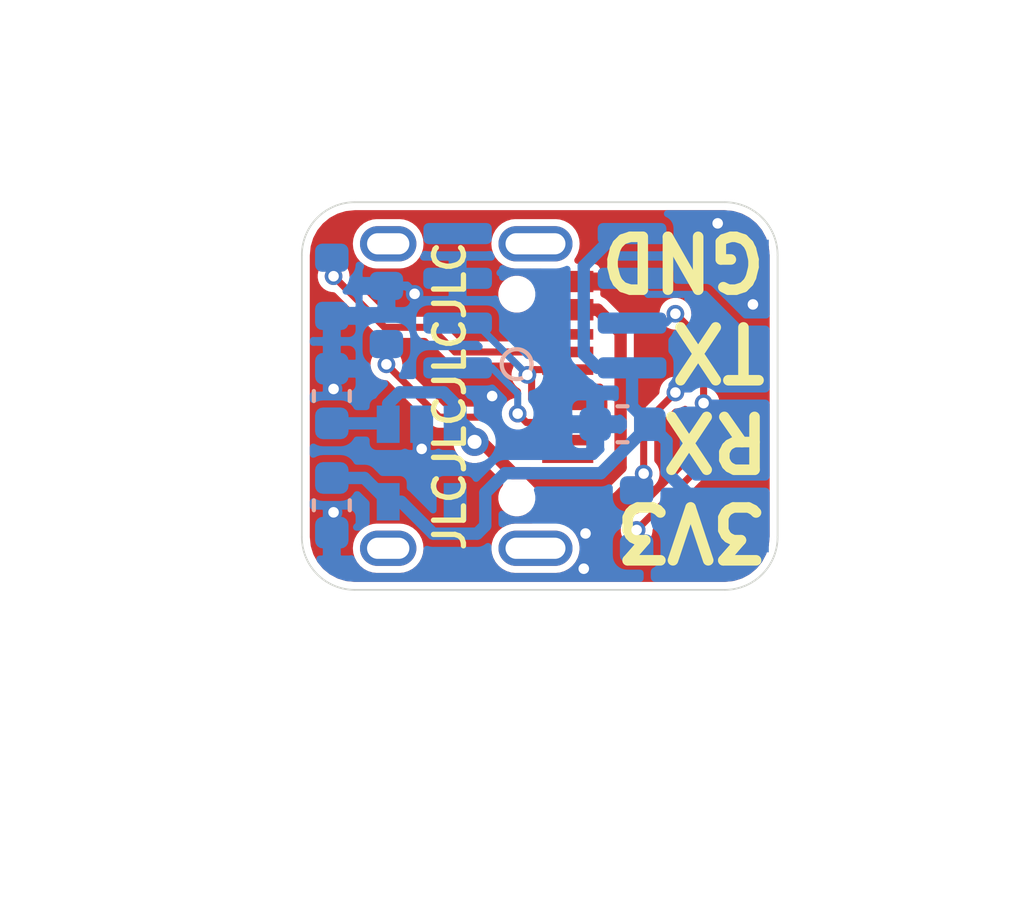
<source format=kicad_pcb>
(kicad_pcb (version 20171130) (host pcbnew 5.1.9+dfsg1-1+deb11u1)

  (general
    (thickness 1.6)
    (drawings 15)
    (tracks 132)
    (zones 0)
    (modules 10)
    (nets 15)
  )

  (page A4)
  (layers
    (0 F.Cu signal)
    (31 B.Cu signal)
    (32 B.Adhes user)
    (33 F.Adhes user)
    (34 B.Paste user)
    (35 F.Paste user)
    (36 B.SilkS user)
    (37 F.SilkS user)
    (38 B.Mask user)
    (39 F.Mask user)
    (40 Dwgs.User user)
    (41 Cmts.User user)
    (42 Eco1.User user)
    (43 Eco2.User user)
    (44 Edge.Cuts user)
    (45 Margin user)
    (46 B.CrtYd user)
    (47 F.CrtYd user)
    (48 B.Fab user)
    (49 F.Fab user)
  )

  (setup
    (last_trace_width 0.25)
    (trace_clearance 0.2)
    (zone_clearance 0.2)
    (zone_45_only no)
    (trace_min 0.2)
    (via_size 0.5)
    (via_drill 0.3)
    (via_min_size 0.4)
    (via_min_drill 0.3)
    (uvia_size 0.3)
    (uvia_drill 0.1)
    (uvias_allowed no)
    (uvia_min_size 0.2)
    (uvia_min_drill 0.1)
    (edge_width 0.05)
    (segment_width 0.2)
    (pcb_text_width 0.3)
    (pcb_text_size 1.5 1.5)
    (mod_edge_width 0.12)
    (mod_text_size 1 1)
    (mod_text_width 0.15)
    (pad_size 2.5 1.25)
    (pad_drill 0)
    (pad_to_mask_clearance 0)
    (aux_axis_origin 0 0)
    (visible_elements FFFFFF7F)
    (pcbplotparams
      (layerselection 0x010f0_ffffffff)
      (usegerberextensions true)
      (usegerberattributes false)
      (usegerberadvancedattributes false)
      (creategerberjobfile false)
      (excludeedgelayer true)
      (linewidth 0.100000)
      (plotframeref false)
      (viasonmask false)
      (mode 1)
      (useauxorigin false)
      (hpglpennumber 1)
      (hpglpenspeed 20)
      (hpglpendiameter 15.000000)
      (psnegative false)
      (psa4output false)
      (plotreference true)
      (plotvalue true)
      (plotinvisibletext false)
      (padsonsilk false)
      (subtractmaskfromsilk true)
      (outputformat 1)
      (mirror false)
      (drillshape 0)
      (scaleselection 1)
      (outputdirectory "gerb/"))
  )

  (net 0 "")
  (net 1 GND)
  (net 2 VUSB)
  (net 3 "Net-(J1-PadA8)")
  (net 4 "Net-(J1-PadB8)")
  (net 5 TX)
  (net 6 RX)
  (net 7 VCC)
  (net 8 "Net-(U2-Pad4)")
  (net 9 dp)
  (net 10 dm)
  (net 11 CC2)
  (net 12 CC1)
  (net 13 "Net-(J1-PadS1)")
  (net 14 "Net-(U1-Pad4)")

  (net_class Default "This is the default net class."
    (clearance 0.2)
    (trace_width 0.25)
    (via_dia 0.5)
    (via_drill 0.3)
    (uvia_dia 0.3)
    (uvia_drill 0.1)
    (add_net GND)
    (add_net "Net-(J1-PadA8)")
    (add_net "Net-(J1-PadB8)")
    (add_net "Net-(J1-PadS1)")
    (add_net "Net-(U1-Pad4)")
    (add_net "Net-(U2-Pad4)")
  )

  (net_class current ""
    (clearance 0.45)
    (trace_width 2.5)
    (via_dia 0.5)
    (via_drill 0.3)
    (uvia_dia 0.3)
    (uvia_drill 0.1)
  )

  (net_class data ""
    (clearance 0.2)
    (trace_width 0.2)
    (via_dia 0.5)
    (via_drill 0.3)
    (uvia_dia 0.3)
    (uvia_drill 0.1)
    (add_net CC1)
    (add_net CC2)
    (add_net RX)
    (add_net TX)
    (add_net dm)
    (add_net dp)
  )

  (net_class power ""
    (clearance 0.2)
    (trace_width 0.35)
    (via_dia 0.8)
    (via_drill 0.4)
    (uvia_dia 0.3)
    (uvia_drill 0.1)
    (add_net VCC)
    (add_net VUSB)
  )

  (module Capacitor_SMD:C_0603_1608Metric (layer B.Cu) (tedit 5F68FEEE) (tstamp 645C76F2)
    (at -2.65 3.1 270)
    (descr "Capacitor SMD 0603 (1608 Metric), square (rectangular) end terminal, IPC_7351 nominal, (Body size source: IPC-SM-782 page 76, https://www.pcb-3d.com/wordpress/wp-content/uploads/ipc-sm-782a_amendment_1_and_2.pdf), generated with kicad-footprint-generator")
    (tags capacitor)
    (path /64473799)
    (attr smd)
    (fp_text reference C2 (at 0 1.43 270) (layer B.SilkS) hide
      (effects (font (size 1 1) (thickness 0.15)) (justify mirror))
    )
    (fp_text value 1uF (at 0 -1.43 270) (layer B.Fab)
      (effects (font (size 1 1) (thickness 0.15)) (justify mirror))
    )
    (fp_line (start 1.48 -0.73) (end -1.48 -0.73) (layer B.CrtYd) (width 0.05))
    (fp_line (start 1.48 0.73) (end 1.48 -0.73) (layer B.CrtYd) (width 0.05))
    (fp_line (start -1.48 0.73) (end 1.48 0.73) (layer B.CrtYd) (width 0.05))
    (fp_line (start -1.48 -0.73) (end -1.48 0.73) (layer B.CrtYd) (width 0.05))
    (fp_line (start -0.14058 -0.51) (end 0.14058 -0.51) (layer B.SilkS) (width 0.12))
    (fp_line (start -0.14058 0.51) (end 0.14058 0.51) (layer B.SilkS) (width 0.12))
    (fp_line (start 0.8 -0.4) (end -0.8 -0.4) (layer B.Fab) (width 0.1))
    (fp_line (start 0.8 0.4) (end 0.8 -0.4) (layer B.Fab) (width 0.1))
    (fp_line (start -0.8 0.4) (end 0.8 0.4) (layer B.Fab) (width 0.1))
    (fp_line (start -0.8 -0.4) (end -0.8 0.4) (layer B.Fab) (width 0.1))
    (fp_text user %R (at 0 0 270) (layer B.Fab)
      (effects (font (size 0.4 0.4) (thickness 0.06)) (justify mirror))
    )
    (pad 2 smd roundrect (at 0.775 0 270) (size 0.9 0.95) (layers B.Cu B.Paste B.Mask) (roundrect_rratio 0.25)
      (net 1 GND))
    (pad 1 smd roundrect (at -0.775 0 270) (size 0.9 0.95) (layers B.Cu B.Paste B.Mask) (roundrect_rratio 0.25)
      (net 7 VCC))
    (model ${KISYS3DMOD}/Capacitor_SMD.3dshapes/C_0603_1608Metric.wrl
      (at (xyz 0 0 0))
      (scale (xyz 1 1 1))
      (rotate (xyz 0 0 0))
    )
  )

  (module Resistor_SMD:R_0603_1608Metric (layer B.Cu) (tedit 645BF909) (tstamp 645C7722)
    (at -2.65 -3.1 90)
    (descr "Resistor SMD 0603 (1608 Metric), square (rectangular) end terminal, IPC_7351 nominal, (Body size source: IPC-SM-782 page 72, https://www.pcb-3d.com/wordpress/wp-content/uploads/ipc-sm-782a_amendment_1_and_2.pdf), generated with kicad-footprint-generator")
    (tags resistor)
    (path /642975F3)
    (attr smd)
    (fp_text reference R2 (at 0 1.43 90) (layer B.SilkS) hide
      (effects (font (size 1 1) (thickness 0.15)) (justify mirror))
    )
    (fp_text value "5k1 Ohm" (at 0 -1.43 90) (layer B.Fab)
      (effects (font (size 1 1) (thickness 0.15)) (justify mirror))
    )
    (fp_line (start 1.48 -0.73) (end -1.48 -0.73) (layer B.CrtYd) (width 0.05))
    (fp_line (start 1.48 0.73) (end 1.48 -0.73) (layer B.CrtYd) (width 0.05))
    (fp_line (start -1.48 0.73) (end 1.48 0.73) (layer B.CrtYd) (width 0.05))
    (fp_line (start -1.48 -0.73) (end -1.48 0.73) (layer B.CrtYd) (width 0.05))
    (fp_line (start 0.8 -0.4125) (end -0.8 -0.4125) (layer B.Fab) (width 0.1))
    (fp_line (start 0.8 0.4125) (end 0.8 -0.4125) (layer B.Fab) (width 0.1))
    (fp_line (start -0.8 0.4125) (end 0.8 0.4125) (layer B.Fab) (width 0.1))
    (fp_line (start -0.8 -0.4125) (end -0.8 0.4125) (layer B.Fab) (width 0.1))
    (fp_text user %R (at 0 0 90) (layer B.Fab)
      (effects (font (size 0.4 0.4) (thickness 0.06)) (justify mirror))
    )
    (pad 2 smd roundrect (at 0.825 0 90) (size 0.8 0.95) (layers B.Cu B.Paste B.Mask) (roundrect_rratio 0.25)
      (net 12 CC1))
    (pad 1 smd roundrect (at -0.825 0 90) (size 0.8 0.95) (layers B.Cu B.Paste B.Mask) (roundrect_rratio 0.25)
      (net 1 GND))
    (model ${KISYS3DMOD}/Resistor_SMD.3dshapes/R_0603_1608Metric.wrl
      (at (xyz 0 0 0))
      (scale (xyz 1 1 1))
      (rotate (xyz 0 0 0))
    )
  )

  (module Package_SO:SOIC-8_3.9x4.9mm_P1.27mm (layer B.Cu) (tedit 645EBD70) (tstamp 645EB74B)
    (at 3.395 -2.705)
    (descr "SOIC, 8 Pin (JEDEC MS-012AA, https://www.analog.com/media/en/package-pcb-resources/package/pkg_pdf/soic_narrow-r/r_8.pdf), generated with kicad-footprint-generator ipc_gullwing_generator.py")
    (tags "SOIC SO")
    (path /645F15EA)
    (attr smd)
    (fp_text reference U1 (at 0 3.4) (layer B.SilkS) hide
      (effects (font (size 1 1) (thickness 0.15)) (justify mirror))
    )
    (fp_text value CH340N (at 0 -3.4) (layer B.Fab)
      (effects (font (size 1 1) (thickness 0.15)) (justify mirror))
    )
    (fp_line (start 3.7 2.7) (end -3.7 2.7) (layer B.CrtYd) (width 0.05))
    (fp_line (start 3.7 -2.7) (end 3.7 2.7) (layer B.CrtYd) (width 0.05))
    (fp_line (start -3.7 -2.7) (end 3.7 -2.7) (layer B.CrtYd) (width 0.05))
    (fp_line (start -3.7 2.7) (end -3.7 -2.7) (layer B.CrtYd) (width 0.05))
    (fp_line (start -1.95 1.475) (end -0.975 2.45) (layer B.Fab) (width 0.1))
    (fp_line (start -1.95 -2.45) (end -1.95 1.475) (layer B.Fab) (width 0.1))
    (fp_line (start 1.95 -2.45) (end -1.95 -2.45) (layer B.Fab) (width 0.1))
    (fp_line (start 1.95 2.45) (end 1.95 -2.45) (layer B.Fab) (width 0.1))
    (fp_line (start -0.975 2.45) (end 1.95 2.45) (layer B.Fab) (width 0.1))
    (fp_circle (center -0.8 1.8) (end -0.5 1.5) (layer B.SilkS) (width 0.12))
    (fp_text user %R (at 0 0) (layer B.Fab)
      (effects (font (size 0.98 0.98) (thickness 0.15)) (justify mirror))
    )
    (pad 1 smd roundrect (at -2.475 1.905) (size 1.95 0.6) (layers B.Cu B.Paste B.Mask) (roundrect_rratio 0.25)
      (net 9 dp))
    (pad 2 smd roundrect (at -2.475 0.635) (size 1.95 0.6) (layers B.Cu B.Paste B.Mask) (roundrect_rratio 0.25)
      (net 10 dm))
    (pad 3 smd roundrect (at -2.475 -0.635) (size 1.95 0.6) (layers B.Cu B.Paste B.Mask) (roundrect_rratio 0.25)
      (net 1 GND))
    (pad 4 smd roundrect (at -2.475 -1.905) (size 1.94 0.6) (layers B.Cu B.Paste B.Mask) (roundrect_rratio 0.25)
      (net 14 "Net-(U1-Pad4)"))
    (pad 5 smd roundrect (at 2.475 -1.905) (size 1.95 0.6) (layers B.Cu B.Paste B.Mask) (roundrect_rratio 0.25)
      (net 7 VCC))
    (pad 6 smd roundrect (at 2.475 -0.635) (size 1.95 0.6) (layers B.Cu B.Paste B.Mask) (roundrect_rratio 0.25)
      (net 5 TX))
    (pad 7 smd roundrect (at 2.475 0.635) (size 1.95 0.6) (layers B.Cu B.Paste B.Mask) (roundrect_rratio 0.25)
      (net 6 RX))
    (pad 8 smd roundrect (at 2.475 1.905) (size 1.95 0.6) (layers B.Cu B.Paste B.Mask) (roundrect_rratio 0.25)
      (net 7 VCC))
    (model ${KISYS3DMOD}/Package_SO.3dshapes/SOIC-8_3.9x4.9mm_P1.27mm.wrl
      (at (xyz 0 0 0))
      (scale (xyz 1 1 1))
      (rotate (xyz 0 0 0))
    )
  )

  (module Package_TO_SOT_SMD:SOT-23-5 (layer B.Cu) (tedit 645D165B) (tstamp 645BE65A)
    (at -0.1 1.9 270)
    (descr "5-pin SOT23 package")
    (tags SOT-23-5)
    (path /645E4E24)
    (attr smd)
    (fp_text reference U2 (at 0 2.9 90) (layer B.SilkS) hide
      (effects (font (size 1 1) (thickness 0.15)) (justify mirror))
    )
    (fp_text value AP2112K-3.3 (at 0 -2.9 90) (layer B.Fab)
      (effects (font (size 1 1) (thickness 0.15)) (justify mirror))
    )
    (fp_line (start -1.9 1.8) (end 1.9 1.8) (layer B.CrtYd) (width 0.05))
    (fp_line (start 1.9 1.8) (end 1.9 -1.8) (layer B.CrtYd) (width 0.05))
    (fp_line (start 1.9 -1.8) (end -1.9 -1.8) (layer B.CrtYd) (width 0.05))
    (fp_line (start -1.9 -1.8) (end -1.9 1.8) (layer B.CrtYd) (width 0.05))
    (fp_line (start -0.9 0.9) (end -0.25 1.55) (layer B.Fab) (width 0.1))
    (fp_line (start 0.9 1.55) (end -0.25 1.55) (layer B.Fab) (width 0.1))
    (fp_line (start -0.9 0.9) (end -0.9 -1.55) (layer B.Fab) (width 0.1))
    (fp_line (start 0.9 -1.55) (end -0.9 -1.55) (layer B.Fab) (width 0.1))
    (fp_line (start 0.9 1.55) (end 0.9 -1.55) (layer B.Fab) (width 0.1))
    (fp_text user %R (at 0 0 180) (layer B.Fab)
      (effects (font (size 0.5 0.5) (thickness 0.075)) (justify mirror))
    )
    (pad 1 smd rect (at -1.1 0.95 270) (size 1.06 0.65) (layers B.Cu B.Paste B.Mask)
      (net 2 VUSB))
    (pad 2 smd rect (at -1.1 0 270) (size 1.06 0.65) (layers B.Cu B.Paste B.Mask)
      (net 1 GND))
    (pad 3 smd rect (at -1.1 -0.95 270) (size 1.06 0.65) (layers B.Cu B.Paste B.Mask)
      (net 2 VUSB))
    (pad 4 smd rect (at 1.1 -0.95 270) (size 1.06 0.65) (layers B.Cu B.Paste B.Mask)
      (net 8 "Net-(U2-Pad4)"))
    (pad 5 smd rect (at 1.1 0.95 270) (size 1.06 0.65) (layers B.Cu B.Paste B.Mask)
      (net 7 VCC))
    (model ${KISYS3DMOD}/Package_TO_SOT_SMD.3dshapes/SOT-23-5.wrl
      (at (xyz 0 0 0))
      (scale (xyz 1 1 1))
      (rotate (xyz 0 0 0))
    )
  )

  (module Resistor_SMD:R_0603_1608Metric (layer B.Cu) (tedit 645C1CB4) (tstamp 645CDD91)
    (at 6 3.5 270)
    (descr "Resistor SMD 0603 (1608 Metric), square (rectangular) end terminal, IPC_7351 nominal, (Body size source: IPC-SM-782 page 72, https://www.pcb-3d.com/wordpress/wp-content/uploads/ipc-sm-782a_amendment_1_and_2.pdf), generated with kicad-footprint-generator")
    (tags resistor)
    (path /647C1804)
    (attr smd)
    (fp_text reference R3 (at 0 1.43 270) (layer B.SilkS) hide
      (effects (font (size 1 1) (thickness 0.15)) (justify mirror))
    )
    (fp_text value "5k1 Ohm (optional for UPDI)" (at 0 -1.43 270) (layer B.Fab)
      (effects (font (size 1 1) (thickness 0.15)) (justify mirror))
    )
    (fp_line (start 1.48 -0.73) (end -1.48 -0.73) (layer B.CrtYd) (width 0.05))
    (fp_line (start 1.48 0.73) (end 1.48 -0.73) (layer B.CrtYd) (width 0.05))
    (fp_line (start -1.48 0.73) (end 1.48 0.73) (layer B.CrtYd) (width 0.05))
    (fp_line (start -1.48 -0.73) (end -1.48 0.73) (layer B.CrtYd) (width 0.05))
    (fp_line (start 0.8 -0.4125) (end -0.8 -0.4125) (layer B.Fab) (width 0.1))
    (fp_line (start 0.8 0.4125) (end 0.8 -0.4125) (layer B.Fab) (width 0.1))
    (fp_line (start -0.8 0.4125) (end 0.8 0.4125) (layer B.Fab) (width 0.1))
    (fp_line (start -0.8 -0.4125) (end -0.8 0.4125) (layer B.Fab) (width 0.1))
    (fp_text user %R (at 0 0 270) (layer B.Fab)
      (effects (font (size 0.4 0.4) (thickness 0.06)) (justify mirror))
    )
    (pad 1 smd roundrect (at -0.825 0 270) (size 0.8 0.95) (layers B.Cu B.Paste B.Mask) (roundrect_rratio 0.25)
      (net 5 TX))
    (pad 2 smd roundrect (at 0.825 0 270) (size 0.8 0.95) (layers B.Cu B.Paste B.Mask) (roundrect_rratio 0.25)
      (net 6 RX))
    (model ${KISYS3DMOD}/Resistor_SMD.3dshapes/R_0603_1608Metric.wrl
      (at (xyz 0 0 0))
      (scale (xyz 1 1 1))
      (rotate (xyz 0 0 0))
    )
  )

  (module footprints:USB_C_Receptacle_HRO_TYPE-C-31-M-12 (layer F.Cu) (tedit 645EAD65) (tstamp 645AB7C7)
    (at 0 0 270)
    (descr "USB Type-C receptacle for USB 2.0 and PD, http://www.krhro.com/uploads/soft/180320/1-1P320120243.pdf")
    (tags "usb usb-c 2.0 pd")
    (path /6427861C)
    (attr smd)
    (fp_text reference J1 (at 0 -5.645 90) (layer F.SilkS) hide
      (effects (font (size 1 1) (thickness 0.15)))
    )
    (fp_text value USB_C_Receptacle_USB2.0 (at 0 5.1 90) (layer F.Fab) hide
      (effects (font (size 1 1) (thickness 0.15)))
    )
    (fp_line (start -4.47 -3.65) (end 4.47 -3.65) (layer F.Fab) (width 0.1))
    (fp_line (start -4.47 -3.65) (end -4.47 3.65) (layer F.Fab) (width 0.1))
    (fp_line (start -4.47 3.65) (end 4.47 3.65) (layer F.Fab) (width 0.1))
    (fp_line (start 4.47 -3.65) (end 4.47 3.65) (layer F.Fab) (width 0.1))
    (fp_line (start -5.32 -5.27) (end 5.32 -5.27) (layer F.CrtYd) (width 0.05))
    (fp_line (start -5.32 4.15) (end 5.32 4.15) (layer F.CrtYd) (width 0.05))
    (fp_line (start -5.32 -5.27) (end -5.32 4.15) (layer F.CrtYd) (width 0.05))
    (fp_line (start 5.32 -5.27) (end 5.32 4.15) (layer F.CrtYd) (width 0.05))
    (fp_text user %R (at 0 0 90) (layer F.Fab)
      (effects (font (size 1 1) (thickness 0.15)))
    )
    (pad "" thru_hole oval (at 4.32 1.05 270) (size 1 1.6) (drill oval 0.6 1.2) (layers *.Cu *.Mask))
    (pad "" np_thru_hole circle (at 2.89 -2.6 270) (size 0.65 0.65) (drill 0.65) (layers *.Cu *.Mask)
      (zone_connect 2))
    (pad S1 thru_hole oval (at -4.32 1.05 270) (size 1 1.6) (drill oval 0.6 1.2) (layers *.Cu *.Mask)
      (net 13 "Net-(J1-PadS1)"))
    (pad "" np_thru_hole circle (at -2.89 -2.6 270) (size 0.65 0.65) (drill 0.65) (layers *.Cu *.Mask)
      (zone_connect 0))
    (pad "" thru_hole oval (at -4.32 -3.13 270) (size 1 2.1) (drill oval 0.6 1.7) (layers *.Cu *.Mask))
    (pad "" thru_hole oval (at 4.32 -3.13 270) (size 1 2.1) (drill oval 0.6 1.7) (layers *.Cu *.Mask))
    (pad A6 smd rect (at -0.25 -4.045 270) (size 0.3 1.45) (layers F.Cu F.Paste F.Mask)
      (net 9 dp))
    (pad B5 smd rect (at 1.75 -4.045 270) (size 0.3 1.45) (layers F.Cu F.Paste F.Mask)
      (net 11 CC2))
    (pad A8 smd rect (at 1.25 -4.045 270) (size 0.3 1.45) (layers F.Cu F.Paste F.Mask)
      (net 3 "Net-(J1-PadA8)"))
    (pad B6 smd rect (at 0.75 -4.045 270) (size 0.3 1.45) (layers F.Cu F.Paste F.Mask)
      (net 9 dp))
    (pad A7 smd rect (at 0.25 -4.045 270) (size 0.3 1.45) (layers F.Cu F.Paste F.Mask)
      (net 10 dm))
    (pad B7 smd rect (at -0.75 -4.045 270) (size 0.3 1.45) (layers F.Cu F.Paste F.Mask)
      (net 10 dm))
    (pad A5 smd rect (at -1.25 -4.045 270) (size 0.3 1.45) (layers F.Cu F.Paste F.Mask)
      (net 12 CC1))
    (pad B8 smd rect (at -1.75 -4.045 270) (size 0.3 1.45) (layers F.Cu F.Paste F.Mask)
      (net 4 "Net-(J1-PadB8)"))
    (pad A12 smd rect (at 3.25 -4.045 270) (size 0.6 1.45) (layers F.Cu F.Paste F.Mask)
      (net 1 GND))
    (pad B4 smd rect (at 2.45 -4.045 270) (size 0.6 1.45) (layers F.Cu F.Paste F.Mask)
      (net 2 VUSB))
    (pad A4 smd rect (at -2.45 -4.045 270) (size 0.6 1.45) (layers F.Cu F.Paste F.Mask)
      (net 2 VUSB))
    (pad A1 smd rect (at -3.25 -4.045 270) (size 0.6 1.45) (layers F.Cu F.Paste F.Mask)
      (net 1 GND))
    (pad B12 smd rect (at -3.25 -4.045 270) (size 0.6 1.45) (layers F.Cu F.Paste F.Mask)
      (net 1 GND))
    (pad B9 smd rect (at -2.45 -4.045 270) (size 0.6 1.45) (layers F.Cu F.Paste F.Mask)
      (net 2 VUSB))
    (pad A9 smd rect (at 2.45 -4.045 270) (size 0.6 1.45) (layers F.Cu F.Paste F.Mask)
      (net 2 VUSB))
    (pad B1 smd rect (at 3.25 -4.045 270) (size 0.6 1.45) (layers F.Cu F.Paste F.Mask)
      (net 1 GND))
    (model ${KISYS3DMOD}/Connector_USB.3dshapes/USB_C_Receptacle_HRO_TYPE-C-31-M-12.wrl
      (at (xyz 0 0 0))
      (scale (xyz 1 1 1))
      (rotate (xyz 0 0 0))
    )
  )

  (module Resistor_SMD:R_0603_1608Metric (layer B.Cu) (tedit 645BF8F8) (tstamp 645C7712)
    (at -1.1 -2.3 270)
    (descr "Resistor SMD 0603 (1608 Metric), square (rectangular) end terminal, IPC_7351 nominal, (Body size source: IPC-SM-782 page 72, https://www.pcb-3d.com/wordpress/wp-content/uploads/ipc-sm-782a_amendment_1_and_2.pdf), generated with kicad-footprint-generator")
    (tags resistor)
    (path /6428F85D)
    (attr smd)
    (fp_text reference R1 (at 0 1.43 90) (layer B.SilkS) hide
      (effects (font (size 1 1) (thickness 0.15)) (justify mirror))
    )
    (fp_text value "5k1 Ohm" (at 0 -1.43 90) (layer B.Fab)
      (effects (font (size 1 1) (thickness 0.15)) (justify mirror))
    )
    (fp_line (start -0.8 -0.4125) (end -0.8 0.4125) (layer B.Fab) (width 0.1))
    (fp_line (start -0.8 0.4125) (end 0.8 0.4125) (layer B.Fab) (width 0.1))
    (fp_line (start 0.8 0.4125) (end 0.8 -0.4125) (layer B.Fab) (width 0.1))
    (fp_line (start 0.8 -0.4125) (end -0.8 -0.4125) (layer B.Fab) (width 0.1))
    (fp_line (start -1.48 -0.73) (end -1.48 0.73) (layer B.CrtYd) (width 0.05))
    (fp_line (start -1.48 0.73) (end 1.48 0.73) (layer B.CrtYd) (width 0.05))
    (fp_line (start 1.48 0.73) (end 1.48 -0.73) (layer B.CrtYd) (width 0.05))
    (fp_line (start 1.48 -0.73) (end -1.48 -0.73) (layer B.CrtYd) (width 0.05))
    (fp_text user %R (at 0 0 90) (layer B.Fab)
      (effects (font (size 0.4 0.4) (thickness 0.06)) (justify mirror))
    )
    (pad 1 smd roundrect (at -0.825 0 270) (size 0.8 0.95) (layers B.Cu B.Paste B.Mask) (roundrect_rratio 0.25)
      (net 1 GND))
    (pad 2 smd roundrect (at 0.825 0 270) (size 0.8 0.95) (layers B.Cu B.Paste B.Mask) (roundrect_rratio 0.25)
      (net 11 CC2))
    (model ${KISYS3DMOD}/Resistor_SMD.3dshapes/R_0603_1608Metric.wrl
      (at (xyz 0 0 0))
      (scale (xyz 1 1 1))
      (rotate (xyz 0 0 0))
    )
  )

  (module Capacitor_SMD:C_0603_1608Metric (layer B.Cu) (tedit 5F68FEEE) (tstamp 645F1E3B)
    (at -2.65 0 90)
    (descr "Capacitor SMD 0603 (1608 Metric), square (rectangular) end terminal, IPC_7351 nominal, (Body size source: IPC-SM-782 page 76, https://www.pcb-3d.com/wordpress/wp-content/uploads/ipc-sm-782a_amendment_1_and_2.pdf), generated with kicad-footprint-generator")
    (tags capacitor)
    (path /6442DCA1)
    (attr smd)
    (fp_text reference C1 (at 0 1.43 90) (layer B.SilkS) hide
      (effects (font (size 1 1) (thickness 0.15)) (justify mirror))
    )
    (fp_text value 1uF (at 0 -1.43 90) (layer B.Fab)
      (effects (font (size 1 1) (thickness 0.15)) (justify mirror))
    )
    (fp_line (start -0.8 -0.4) (end -0.8 0.4) (layer B.Fab) (width 0.1))
    (fp_line (start -0.8 0.4) (end 0.8 0.4) (layer B.Fab) (width 0.1))
    (fp_line (start 0.8 0.4) (end 0.8 -0.4) (layer B.Fab) (width 0.1))
    (fp_line (start 0.8 -0.4) (end -0.8 -0.4) (layer B.Fab) (width 0.1))
    (fp_line (start -0.14058 0.51) (end 0.14058 0.51) (layer B.SilkS) (width 0.12))
    (fp_line (start -0.14058 -0.51) (end 0.14058 -0.51) (layer B.SilkS) (width 0.12))
    (fp_line (start -1.48 -0.73) (end -1.48 0.73) (layer B.CrtYd) (width 0.05))
    (fp_line (start -1.48 0.73) (end 1.48 0.73) (layer B.CrtYd) (width 0.05))
    (fp_line (start 1.48 0.73) (end 1.48 -0.73) (layer B.CrtYd) (width 0.05))
    (fp_line (start 1.48 -0.73) (end -1.48 -0.73) (layer B.CrtYd) (width 0.05))
    (fp_text user %R (at 0 0 90) (layer B.Fab)
      (effects (font (size 0.4 0.4) (thickness 0.06)) (justify mirror))
    )
    (pad 1 smd roundrect (at -0.775 0 90) (size 0.9 0.95) (layers B.Cu B.Paste B.Mask) (roundrect_rratio 0.25)
      (net 2 VUSB))
    (pad 2 smd roundrect (at 0.775 0 90) (size 0.9 0.95) (layers B.Cu B.Paste B.Mask) (roundrect_rratio 0.25)
      (net 1 GND))
    (model ${KISYS3DMOD}/Capacitor_SMD.3dshapes/C_0603_1608Metric.wrl
      (at (xyz 0 0 0))
      (scale (xyz 1 1 1))
      (rotate (xyz 0 0 0))
    )
  )

  (module Capacitor_SMD:C_0603_1608Metric (layer B.Cu) (tedit 5F68FEEE) (tstamp 645C7702)
    (at 5.6 0.8 180)
    (descr "Capacitor SMD 0603 (1608 Metric), square (rectangular) end terminal, IPC_7351 nominal, (Body size source: IPC-SM-782 page 76, https://www.pcb-3d.com/wordpress/wp-content/uploads/ipc-sm-782a_amendment_1_and_2.pdf), generated with kicad-footprint-generator")
    (tags capacitor)
    (path /6447DC74)
    (attr smd)
    (fp_text reference C3 (at 0 1.43) (layer B.SilkS) hide
      (effects (font (size 1 1) (thickness 0.15)) (justify mirror))
    )
    (fp_text value 100nF (at 0 -1.43) (layer B.Fab)
      (effects (font (size 1 1) (thickness 0.15)) (justify mirror))
    )
    (fp_line (start -0.8 -0.4) (end -0.8 0.4) (layer B.Fab) (width 0.1))
    (fp_line (start -0.8 0.4) (end 0.8 0.4) (layer B.Fab) (width 0.1))
    (fp_line (start 0.8 0.4) (end 0.8 -0.4) (layer B.Fab) (width 0.1))
    (fp_line (start 0.8 -0.4) (end -0.8 -0.4) (layer B.Fab) (width 0.1))
    (fp_line (start -0.14058 0.51) (end 0.14058 0.51) (layer B.SilkS) (width 0.12))
    (fp_line (start -0.14058 -0.51) (end 0.14058 -0.51) (layer B.SilkS) (width 0.12))
    (fp_line (start -1.48 -0.73) (end -1.48 0.73) (layer B.CrtYd) (width 0.05))
    (fp_line (start -1.48 0.73) (end 1.48 0.73) (layer B.CrtYd) (width 0.05))
    (fp_line (start 1.48 0.73) (end 1.48 -0.73) (layer B.CrtYd) (width 0.05))
    (fp_line (start 1.48 -0.73) (end -1.48 -0.73) (layer B.CrtYd) (width 0.05))
    (fp_text user %R (at 0 0) (layer B.Fab)
      (effects (font (size 0.4 0.4) (thickness 0.06)) (justify mirror))
    )
    (pad 1 smd roundrect (at -0.775 0 180) (size 0.9 0.95) (layers B.Cu B.Paste B.Mask) (roundrect_rratio 0.25)
      (net 7 VCC))
    (pad 2 smd roundrect (at 0.775 0 180) (size 0.9 0.95) (layers B.Cu B.Paste B.Mask) (roundrect_rratio 0.25)
      (net 1 GND))
    (model ${KISYS3DMOD}/Capacitor_SMD.3dshapes/C_0603_1608Metric.wrl
      (at (xyz 0 0 0))
      (scale (xyz 1 1 1))
      (rotate (xyz 0 0 0))
    )
  )

  (module serial:PinSocket_1x04_P2.54mm_Edge (layer B.Cu) (tedit 64664232) (tstamp 645F21C3)
    (at 8.5 0)
    (descr "Through hole angled socket strip, 2x04, 2.54mm pitch, 8.51mm socket length, double cols (from Kicad 4.0.7), script generated")
    (tags "Through hole angled socket strip THT 2x04 2.54mm double row")
    (path /6465166D)
    (fp_text reference J2 (at -2.54 0) (layer B.SilkS) hide
      (effects (font (size 1 1) (thickness 0.15)) (justify mirror))
    )
    (fp_text value Conn_01x04_Top_Bottom (at -5.65 -10.39) (layer B.Fab)
      (effects (font (size 1 1) (thickness 0.15)) (justify mirror))
    )
    (pad 1 smd rect (at 0 3.81) (size 2.5 1.25) (layers B.Cu B.Mask)
      (net 7 VCC) (zone_connect 2))
    (pad 2 smd rect (at 0 1.27) (size 2.5 1.25) (layers B.Cu B.Mask)
      (net 6 RX) (zone_connect 2))
    (pad 3 smd rect (at 0 -1.27) (size 2.5 1.25) (layers B.Cu B.Mask)
      (net 5 TX) (zone_connect 2))
    (pad 4 smd rect (at 0 -3.81) (size 2.5 1.25) (layers B.Cu B.Mask)
      (net 1 GND) (zone_connect 2))
    (model ${KISYS3DMOD}/Connector_PinHeader_2.54mm.3dshapes/PinHeader_1x04_P2.54mm_Vertical.wrl
      (offset (xyz 1.7 3.84 0.4))
      (scale (xyz 1 1 1))
      (rotate (xyz 0 -90 0))
    )
  )

  (gr_text JLCJLCJLCJLC (at 0.7 0 90) (layer F.SilkS)
    (effects (font (size 0.85 0.85) (thickness 0.15)))
  )
  (gr_arc (start -2 -4) (end -2 -5.5) (angle -90) (layer Edge.Cuts) (width 0.05) (tstamp 645B7DC8))
  (gr_line (start 8.5 5.5) (end -2 5.5) (layer Edge.Cuts) (width 0.05))
  (gr_line (start -2 -5.5) (end 8.5 -5.5) (layer Edge.Cuts) (width 0.05) (tstamp 645F28C8))
  (gr_arc (start -2 4) (end -3.5 4) (angle -90) (layer Edge.Cuts) (width 0.05) (tstamp 645B7DB8))
  (gr_arc (start 8.5 4) (end 8.5 5.5) (angle -90) (layer Edge.Cuts) (width 0.05) (tstamp 645C871F))
  (dimension 11 (width 0.15) (layer Cmts.User)
    (gr_text "11.000 mm" (at -8.4 0 90) (layer Cmts.User)
      (effects (font (size 1 1) (thickness 0.15)))
    )
    (feature1 (pts (xy -1 -5.5) (xy -7.686421 -5.5)))
    (feature2 (pts (xy -1 5.5) (xy -7.686421 5.5)))
    (crossbar (pts (xy -7.1 5.5) (xy -7.1 -5.5)))
    (arrow1a (pts (xy -7.1 -5.5) (xy -6.513579 -4.373496)))
    (arrow1b (pts (xy -7.1 -5.5) (xy -7.686421 -4.373496)))
    (arrow2a (pts (xy -7.1 5.5) (xy -6.513579 4.373496)))
    (arrow2b (pts (xy -7.1 5.5) (xy -7.686421 4.373496)))
  )
  (dimension 13.5 (width 0.15) (layer Cmts.User)
    (gr_text "13.500 mm" (at 3.25 10.69) (layer Cmts.User)
      (effects (font (size 1 1) (thickness 0.15)))
    )
    (feature1 (pts (xy -3.5 4) (xy -3.5 9.976421)))
    (feature2 (pts (xy 10 4) (xy 10 9.976421)))
    (crossbar (pts (xy 10 9.39) (xy -3.5 9.39)))
    (arrow1a (pts (xy -3.5 9.39) (xy -2.373496 8.803579)))
    (arrow1b (pts (xy -3.5 9.39) (xy -2.373496 9.976421)))
    (arrow2a (pts (xy 10 9.39) (xy 8.873496 8.803579)))
    (arrow2b (pts (xy 10 9.39) (xy 8.873496 9.976421)))
  )
  (gr_line (start 10 -4) (end 10 4) (layer Edge.Cuts) (width 0.05) (tstamp 645B6AC9))
  (gr_arc (start 8.5 -4) (end 10 -4) (angle -90) (layer Edge.Cuts) (width 0.05) (tstamp 645F28CB))
  (gr_line (start -3.5 4) (end -3.5 -4) (layer Edge.Cuts) (width 0.05) (tstamp 645EB24C))
  (gr_text TX (at 9.8 -1.27 180) (layer F.SilkS) (tstamp 645F29A6)
    (effects (font (size 1.5 1.5) (thickness 0.3)) (justify left))
  )
  (gr_text 3V3 (at 9.8 3.84 180) (layer F.SilkS) (tstamp 645F29AF)
    (effects (font (size 1.5 1.5) (thickness 0.3)) (justify left))
  )
  (gr_text GND (at 9.8 -3.84 180) (layer F.SilkS) (tstamp 645F29AC)
    (effects (font (size 1.5 1.5) (thickness 0.3)) (justify left))
  )
  (gr_text RX (at 9.9 1.27 180) (layer F.SilkS) (tstamp 645F29A9)
    (effects (font (size 1.5 1.5) (thickness 0.3)) (justify left))
  )

  (segment (start 3.1 3.4) (end 3.052002 3.4) (width 0.25) (layer F.Cu) (net 1))
  (segment (start 3.25 3.25) (end 3.1 3.4) (width 0.25) (layer F.Cu) (net 1))
  (segment (start 4.045 3.25) (end 3.25 3.25) (width 0.25) (layer F.Cu) (net 1))
  (segment (start 4.045 -3.25) (end 3.2 -3.25) (width 0.25) (layer F.Cu) (net 1))
  (via (at 4.5 4.9) (size 0.5) (drill 0.3) (layers F.Cu B.Cu) (net 1) (tstamp 645C8BAA))
  (via (at 4.55 3.9) (size 0.5) (drill 0.3) (layers F.Cu B.Cu) (net 1) (tstamp 645C8BB1))
  (segment (start 4.55 3.755) (end 4.045 3.25) (width 0.25) (layer F.Cu) (net 1))
  (segment (start 4.55 3.9) (end 4.55 3.755) (width 0.25) (layer F.Cu) (net 1))
  (segment (start 3.2 -3.15) (end 3.274999 -3.075001) (width 0.25) (layer F.Cu) (net 1))
  (segment (start 3.2 -3.25) (end 3.2 -3.15) (width 0.25) (layer F.Cu) (net 1))
  (segment (start 3.2 -3.25) (end 3 -3.45) (width 0.25) (layer F.Cu) (net 1))
  (segment (start 3.55 -3.25) (end 3.30501 -3.49499) (width 0.25) (layer F.Cu) (net 1))
  (segment (start 3.04499 -3.49499) (end 3 -3.45) (width 0.25) (layer F.Cu) (net 1))
  (segment (start 3.30501 -3.49499) (end 3.04499 -3.49499) (width 0.25) (layer F.Cu) (net 1))
  (segment (start 4.045 -3.25) (end 3.55 -3.25) (width 0.25) (layer F.Cu) (net 1))
  (via (at -2.6 3.3) (size 0.5) (drill 0.3) (layers F.Cu B.Cu) (net 1))
  (segment (start -2.6 3.875) (end -2.6 3.3) (width 0.25) (layer B.Cu) (net 1))
  (via (at -2.6 -0.2) (size 0.5) (drill 0.3) (layers F.Cu B.Cu) (net 1))
  (segment (start -2.6 -0.775) (end -2.6 -0.2) (width 0.25) (layer B.Cu) (net 1))
  (via (at -0.1 1.5) (size 0.5) (drill 0.3) (layers F.Cu B.Cu) (net 1))
  (segment (start -0.1 0.8) (end -0.1 1.5) (width 0.25) (layer B.Cu) (net 1))
  (via (at -0.3 -2.9) (size 0.5) (drill 0.3) (layers F.Cu B.Cu) (net 1))
  (segment (start -1.1 -3.125) (end -0.525 -3.125) (width 0.25) (layer B.Cu) (net 1))
  (segment (start -0.525 -3.125) (end -0.3 -2.9) (width 0.25) (layer B.Cu) (net 1))
  (via (at 1.9 0) (size 0.5) (drill 0.3) (layers F.Cu B.Cu) (net 1) (tstamp 645F268B))
  (via (at 8.3 -4.9) (size 0.5) (drill 0.3) (layers F.Cu B.Cu) (net 1))
  (segment (start 8.5 -4.7) (end 8.3 -4.9) (width 0.25) (layer B.Cu) (net 1))
  (segment (start 8.5 -3.81) (end 8.5 -4.7) (width 0.25) (layer B.Cu) (net 1))
  (via (at 9.3 -2.6) (size 0.5) (drill 0.3) (layers F.Cu B.Cu) (net 1) (tstamp 645F28F3))
  (segment (start 8.625 -3.585) (end 8.625 -2.975) (width 0.5) (layer B.Cu) (net 1))
  (segment (start 8.5 -3.81) (end 8.625 -3.685) (width 0.5) (layer B.Cu) (net 1))
  (segment (start 8.925 -2.6) (end 9.3 -2.6) (width 0.25) (layer B.Cu) (net 1))
  (segment (start 8.5 -3.025) (end 8.925 -2.6) (width 0.25) (layer B.Cu) (net 1))
  (segment (start 8.5 -3.125) (end 8.5 -3.025) (width 0.25) (layer B.Cu) (net 1))
  (segment (start 5.12 2.45) (end 5.545011 2.024989) (width 0.35) (layer F.Cu) (net 2))
  (segment (start 4.045 2.45) (end 5.12 2.45) (width 0.35) (layer F.Cu) (net 2))
  (segment (start 4.895002 -2.45) (end 4.045 -2.45) (width 0.35) (layer F.Cu) (net 2))
  (segment (start 5.545011 -1.799991) (end 4.895002 -2.45) (width 0.35) (layer F.Cu) (net 2))
  (segment (start 5.545011 2.024989) (end 5.545011 -1.799991) (width 0.35) (layer F.Cu) (net 2))
  (segment (start -1.075 0.775) (end -1.05 0.8) (width 0.35) (layer B.Cu) (net 2))
  (segment (start -2.6 0.775) (end -1.075 0.775) (width 0.35) (layer B.Cu) (net 2))
  (segment (start 0.525001 -0.105001) (end 0.85 0.219998) (width 0.35) (layer B.Cu) (net 2))
  (segment (start -0.725001 -0.105001) (end 0.525001 -0.105001) (width 0.35) (layer B.Cu) (net 2))
  (segment (start -1.05 0.219998) (end -0.725001 -0.105001) (width 0.35) (layer B.Cu) (net 2))
  (segment (start 0.85 0.219998) (end 0.85 0.8) (width 0.35) (layer B.Cu) (net 2))
  (segment (start -1.05 0.8) (end -1.05 0.219998) (width 0.35) (layer B.Cu) (net 2))
  (segment (start 3.196002 2.45) (end 2.936001 2.189999) (width 0.35) (layer F.Cu) (net 2))
  (segment (start 2.489999 2.189999) (end 1.499999 1.199999) (width 0.35) (layer F.Cu) (net 2))
  (segment (start 0.85 0.8) (end 1.1 0.8) (width 0.35) (layer B.Cu) (net 2))
  (via (at 1.4 1.3) (size 0.8) (drill 0.4) (layers F.Cu B.Cu) (net 2))
  (segment (start 2.936001 2.189999) (end 2.489999 2.189999) (width 0.35) (layer F.Cu) (net 2))
  (segment (start 1.1 0.8) (end 1.499999 1.199999) (width 0.35) (layer B.Cu) (net 2))
  (segment (start 4.045 2.45) (end 3.196002 2.45) (width 0.35) (layer F.Cu) (net 2))
  (via (at 7.1 -0.1) (size 0.5) (drill 0.3) (layers F.Cu B.Cu) (net 5))
  (segment (start 8.27 -1.27) (end 7.1 -0.1) (width 0.2) (layer B.Cu) (net 5))
  (segment (start 8.5 -1.27) (end 8.27 -1.27) (width 0.2) (layer B.Cu) (net 5))
  (via (at 6.2 2.2) (size 0.5) (drill 0.3) (layers F.Cu B.Cu) (net 5))
  (segment (start 6.2 0.8) (end 6.2 2.2) (width 0.2) (layer F.Cu) (net 5))
  (segment (start 7.1 -0.1) (end 6.2 0.8) (width 0.2) (layer F.Cu) (net 5))
  (segment (start 6.2 2.475) (end 6 2.675) (width 0.2) (layer B.Cu) (net 5))
  (segment (start 6.2 2.2) (end 6.2 2.475) (width 0.2) (layer B.Cu) (net 5))
  (segment (start 6.325001 -2.884999) (end 5.87 -3.34) (width 0.2) (layer B.Cu) (net 5))
  (segment (start 7.940001 -2.884999) (end 6.325001 -2.884999) (width 0.2) (layer B.Cu) (net 5))
  (segment (start 9 -1.825) (end 7.940001 -2.884999) (width 0.2) (layer B.Cu) (net 5))
  (segment (start 9 -1.27) (end 9 -1.825) (width 0.2) (layer B.Cu) (net 5))
  (via (at 7.1 -2.334999) (size 0.5) (drill 0.3) (layers F.Cu B.Cu) (net 6))
  (segment (start 6.835001 -2.07) (end 7.1 -2.334999) (width 0.2) (layer B.Cu) (net 6))
  (segment (start 5.87 -2.07) (end 6.835001 -2.07) (width 0.2) (layer B.Cu) (net 6))
  (via (at 7.9 0.2) (size 0.5) (drill 0.3) (layers F.Cu B.Cu) (net 6))
  (segment (start 7.9 -1.534999) (end 7.9 0.2) (width 0.2) (layer F.Cu) (net 6))
  (segment (start 7.1 -2.334999) (end 7.9 -1.534999) (width 0.2) (layer F.Cu) (net 6))
  (segment (start 7.9 0.67) (end 8.5 1.27) (width 0.2) (layer B.Cu) (net 6))
  (segment (start 7.9 0.2) (end 7.9 0.67) (width 0.2) (layer B.Cu) (net 6))
  (via (at 6 3.8) (size 0.5) (drill 0.3) (layers F.Cu B.Cu) (net 6))
  (segment (start 7.9 1.9) (end 6 3.8) (width 0.2) (layer F.Cu) (net 6))
  (segment (start 7.9 0.2) (end 7.9 1.9) (width 0.2) (layer F.Cu) (net 6))
  (segment (start 6 3.8) (end 6 4.325) (width 0.2) (layer B.Cu) (net 6))
  (segment (start 5.422522 -4.61) (end 4.5 -3.687478) (width 0.35) (layer B.Cu) (net 7))
  (segment (start 5.87 -4.61) (end 5.422522 -4.61) (width 0.35) (layer B.Cu) (net 7))
  (segment (start 4.895 -0.8) (end 5.87 -0.8) (width 0.35) (layer B.Cu) (net 7))
  (segment (start 4.5 -1.195) (end 4.895 -0.8) (width 0.35) (layer B.Cu) (net 7))
  (segment (start 4.5 -3.687478) (end 4.5 -1.195) (width 0.35) (layer B.Cu) (net 7))
  (segment (start -1.725 2.325) (end -1.05 3) (width 0.35) (layer B.Cu) (net 7))
  (segment (start -2.6 2.325) (end -1.725 2.325) (width 0.35) (layer B.Cu) (net 7))
  (segment (start 5.87 0.295) (end 6.375 0.8) (width 0.35) (layer B.Cu) (net 7))
  (segment (start 5.87 -0.8) (end 5.87 0.295) (width 0.35) (layer B.Cu) (net 7))
  (segment (start -0.680002 3) (end -1.05 3) (width 0.35) (layer B.Cu) (net 7))
  (segment (start 0.224999 3.905001) (end -0.680002 3) (width 0.35) (layer B.Cu) (net 7))
  (segment (start 1.475001 3.905001) (end 0.224999 3.905001) (width 0.35) (layer B.Cu) (net 7))
  (segment (start 1.70499 3.675012) (end 1.475001 3.905001) (width 0.35) (layer B.Cu) (net 7))
  (segment (start 1.70499 2.749008) (end 1.70499 3.675012) (width 0.35) (layer B.Cu) (net 7))
  (segment (start 2.263999 2.189999) (end 1.70499 2.749008) (width 0.35) (layer B.Cu) (net 7))
  (segment (start 4.985001 2.189999) (end 2.263999 2.189999) (width 0.35) (layer B.Cu) (net 7))
  (segment (start 6.375 0.8) (end 4.985001 2.189999) (width 0.35) (layer B.Cu) (net 7))
  (segment (start 6.85001 2.16001) (end 8.5 3.81) (width 0.35) (layer B.Cu) (net 7))
  (segment (start 6.85001 1.27501) (end 6.85001 2.16001) (width 0.35) (layer B.Cu) (net 7))
  (segment (start 6.375 0.8) (end 6.85001 1.27501) (width 0.35) (layer B.Cu) (net 7))
  (segment (start 4.960002 0.75) (end 4.045 0.75) (width 0.2) (layer F.Cu) (net 9))
  (segment (start 4.960002 -0.25) (end 5.070001 -0.140001) (width 0.2) (layer F.Cu) (net 9))
  (segment (start 5.070001 0.640001) (end 4.960002 0.75) (width 0.2) (layer F.Cu) (net 9))
  (segment (start 4.045 -0.25) (end 4.960002 -0.25) (width 0.2) (layer F.Cu) (net 9))
  (segment (start 5.070001 -0.140001) (end 5.070001 0.270001) (width 0.2) (layer F.Cu) (net 9))
  (segment (start 5.070001 0.270001) (end 5.070001 0.640001) (width 0.2) (layer F.Cu) (net 9))
  (segment (start 0.92 -0.8) (end 1.895 -0.8) (width 0.2) (layer B.Cu) (net 9))
  (segment (start 4.045 0.75) (end 2.875014 0.75) (width 0.2) (layer F.Cu) (net 9))
  (via (at 2.625014 0.5) (size 0.5) (drill 0.3) (layers F.Cu B.Cu) (net 9))
  (segment (start 2.625014 -0.069986) (end 2.625014 0.5) (width 0.2) (layer B.Cu) (net 9))
  (segment (start 1.895 -0.8) (end 2.625014 -0.069986) (width 0.2) (layer B.Cu) (net 9))
  (segment (start 2.875014 0.75) (end 2.625014 0.5) (width 0.2) (layer F.Cu) (net 9))
  (via (at 2.9 -0.6) (size 0.5) (drill 0.3) (layers F.Cu B.Cu) (net 10))
  (segment (start 0.92 -2.07) (end 1.43 -2.07) (width 0.2) (layer B.Cu) (net 10))
  (segment (start 1.43 -2.07) (end 2.9 -0.6) (width 0.2) (layer B.Cu) (net 10))
  (segment (start 3.189014 0.25) (end 3.019999 0.080985) (width 0.2) (layer F.Cu) (net 10))
  (segment (start 4.045 0.25) (end 3.189014 0.25) (width 0.2) (layer F.Cu) (net 10))
  (segment (start 3.12 -0.75) (end 4.045 -0.75) (width 0.2) (layer F.Cu) (net 10))
  (segment (start 3.019999 -0.649999) (end 3.12 -0.75) (width 0.2) (layer F.Cu) (net 10))
  (segment (start 3.019999 0.080985) (end 3.019999 -0.649999) (width 0.2) (layer F.Cu) (net 10))
  (segment (start -1.1 -1.475) (end -1.1 -0.9) (width 0.2) (layer B.Cu) (net 11))
  (via (at -1.100007 -0.900007) (size 0.5) (drill 0.3) (layers F.Cu B.Cu) (net 11))
  (segment (start -1.1 -0.9) (end -1.100007 -0.900007) (width 0.2) (layer B.Cu) (net 11))
  (segment (start 4.009988 1.714988) (end 4.045 1.75) (width 0.2) (layer F.Cu) (net 11))
  (segment (start 3.050992 1.714988) (end 4.009988 1.714988) (width 0.2) (layer F.Cu) (net 11))
  (segment (start 1.936004 0.6) (end 3.050992 1.714988) (width 0.2) (layer F.Cu) (net 11))
  (segment (start 0.4 0.6) (end 1.936004 0.6) (width 0.2) (layer F.Cu) (net 11))
  (segment (start -1.100007 -0.900007) (end 0.4 0.6) (width 0.2) (layer F.Cu) (net 11))
  (via (at -2.6 -3.399998) (size 0.5) (drill 0.3) (layers F.Cu B.Cu) (net 12))
  (segment (start 0.150001 -1.949999) (end 0.85 -1.25) (width 0.2) (layer F.Cu) (net 12))
  (segment (start -1.150001 -1.949999) (end 0.150001 -1.949999) (width 0.2) (layer F.Cu) (net 12))
  (segment (start 4.045 -1.25) (end 0.85 -1.25) (width 0.2) (layer F.Cu) (net 12))
  (segment (start -1.150001 -1.949999) (end -2.6 -3.399998) (width 0.2) (layer F.Cu) (net 12))
  (segment (start -2.6 -3.875) (end -2.65 -3.925) (width 0.2) (layer B.Cu) (net 12))
  (segment (start -2.6 -3.399998) (end -2.6 -3.875) (width 0.2) (layer B.Cu) (net 12))

  (zone (net 1) (net_name GND) (layer F.Cu) (tstamp 645F28D8) (hatch edge 0.508)
    (connect_pads (clearance 0.2))
    (min_thickness 0.2)
    (fill yes (arc_segments 32) (thermal_gap 0.2) (thermal_bridge_width 0.508))
    (polygon
      (pts
        (xy 17 8) (xy -5 8) (xy -5 -8) (xy 17 -8)
      )
    )
    (filled_polygon
      (pts
        (xy 8.727922 -5.151094) (xy 8.947165 -5.0849) (xy 9.14937 -4.977386) (xy 9.326847 -4.832639) (xy 9.472829 -4.656176)
        (xy 9.581754 -4.454724) (xy 9.649474 -4.235953) (xy 9.675 -3.993085) (xy 9.675001 3.984094) (xy 9.651094 4.227922)
        (xy 9.5849 4.447166) (xy 9.477386 4.64937) (xy 9.332639 4.826847) (xy 9.156176 4.97283) (xy 8.954727 5.081753)
        (xy 8.735958 5.149474) (xy 8.493085 5.175) (xy -1.984104 5.175) (xy -2.227922 5.151094) (xy -2.447166 5.0849)
        (xy -2.64937 4.977386) (xy -2.826847 4.832639) (xy -2.97283 4.656176) (xy -3.081753 4.454727) (xy -3.123458 4.32)
        (xy -2.15387 4.32) (xy -2.138424 4.476827) (xy -2.092679 4.627628) (xy -2.018393 4.766606) (xy -1.918422 4.888422)
        (xy -1.796606 4.988393) (xy -1.657628 5.062679) (xy -1.506827 5.108424) (xy -1.389293 5.12) (xy -0.710707 5.12)
        (xy -0.593173 5.108424) (xy -0.442372 5.062679) (xy -0.303394 4.988393) (xy -0.181578 4.888422) (xy -0.081607 4.766606)
        (xy -0.007321 4.627628) (xy 0.038424 4.476827) (xy 0.05387 4.32) (xy 0.038424 4.163173) (xy -0.007321 4.012372)
        (xy -0.081607 3.873394) (xy -0.181578 3.751578) (xy -0.303394 3.651607) (xy -0.442372 3.577321) (xy -0.593173 3.531576)
        (xy -0.710707 3.52) (xy -1.389293 3.52) (xy -1.506827 3.531576) (xy -1.657628 3.577321) (xy -1.796606 3.651607)
        (xy -1.918422 3.751578) (xy -2.018393 3.873394) (xy -2.092679 4.012372) (xy -2.138424 4.163173) (xy -2.15387 4.32)
        (xy -3.123458 4.32) (xy -3.149474 4.235958) (xy -3.175 3.993085) (xy -3.175 -3.454168) (xy -3.15 -3.454168)
        (xy -3.15 -3.345828) (xy -3.128864 -3.239569) (xy -3.087403 -3.139475) (xy -3.027213 -3.049394) (xy -2.950604 -2.972785)
        (xy -2.860523 -2.912595) (xy -2.760429 -2.871134) (xy -2.65417 -2.849998) (xy -2.615685 -2.849998) (xy -1.446734 -1.681046)
        (xy -1.434212 -1.665788) (xy -1.418954 -1.653266) (xy -1.418952 -1.653264) (xy -1.407922 -1.644212) (xy -1.373304 -1.615802)
        (xy -1.303815 -1.578659) (xy -1.228415 -1.555787) (xy -1.169648 -1.549999) (xy -1.169638 -1.549999) (xy -1.150002 -1.548065)
        (xy -1.130366 -1.549999) (xy -0.015684 -1.549999) (xy 0.553267 -0.981047) (xy 0.565789 -0.965789) (xy 0.581047 -0.953267)
        (xy 0.581049 -0.953265) (xy 0.584292 -0.950604) (xy 0.626697 -0.915803) (xy 0.696186 -0.87866) (xy 0.771586 -0.855788)
        (xy 0.830353 -0.85) (xy 0.830363 -0.85) (xy 0.849999 -0.848066) (xy 0.869635 -0.85) (xy 2.408238 -0.85)
        (xy 2.371136 -0.760429) (xy 2.35 -0.65417) (xy 2.35 -0.54583) (xy 2.371136 -0.439571) (xy 2.412597 -0.339477)
        (xy 2.472787 -0.249396) (xy 2.549396 -0.172787) (xy 2.619999 -0.125612) (xy 2.619999 -0.05) (xy 2.570844 -0.05)
        (xy 2.464585 -0.028864) (xy 2.364491 0.012597) (xy 2.27441 0.072787) (xy 2.197801 0.149396) (xy 2.137611 0.239477)
        (xy 2.132616 0.251536) (xy 2.089818 0.22866) (xy 2.014418 0.205788) (xy 1.955651 0.2) (xy 1.95565 0.2)
        (xy 1.936004 0.198065) (xy 1.916358 0.2) (xy 0.565686 0.2) (xy -0.550007 -0.915692) (xy -0.550007 -0.954177)
        (xy -0.571143 -1.060436) (xy -0.612604 -1.16053) (xy -0.672794 -1.250611) (xy -0.749403 -1.32722) (xy -0.839484 -1.38741)
        (xy -0.939578 -1.428871) (xy -1.045837 -1.450007) (xy -1.154177 -1.450007) (xy -1.260436 -1.428871) (xy -1.36053 -1.38741)
        (xy -1.450611 -1.32722) (xy -1.52722 -1.250611) (xy -1.58741 -1.16053) (xy -1.628871 -1.060436) (xy -1.650007 -0.954177)
        (xy -1.650007 -0.845837) (xy -1.628871 -0.739578) (xy -1.58741 -0.639484) (xy -1.52722 -0.549403) (xy -1.450611 -0.472794)
        (xy -1.36053 -0.412604) (xy -1.260436 -0.371143) (xy -1.154177 -0.350007) (xy -1.115692 -0.350007) (xy 0.103267 0.868953)
        (xy 0.115789 0.884211) (xy 0.131047 0.896733) (xy 0.131049 0.896735) (xy 0.162982 0.922941) (xy 0.176697 0.934197)
        (xy 0.246186 0.97134) (xy 0.321586 0.994212) (xy 0.380353 1) (xy 0.380363 1) (xy 0.399999 1.001934)
        (xy 0.419635 1) (xy 0.76659 1) (xy 0.726901 1.095818) (xy 0.7 1.231056) (xy 0.7 1.368944)
        (xy 0.726901 1.504182) (xy 0.779668 1.631574) (xy 0.856274 1.746224) (xy 0.953776 1.843726) (xy 1.068426 1.920332)
        (xy 1.195818 1.973099) (xy 1.331056 2) (xy 1.468944 2) (xy 1.601819 1.973569) (xy 2.117183 2.488934)
        (xy 2.114531 2.491586) (xy 2.046132 2.593952) (xy 1.999019 2.707694) (xy 1.975 2.828443) (xy 1.975 2.951557)
        (xy 1.999019 3.072306) (xy 2.046132 3.186048) (xy 2.114531 3.288414) (xy 2.201586 3.375469) (xy 2.303952 3.443868)
        (xy 2.417694 3.490981) (xy 2.538443 3.515) (xy 2.661557 3.515) (xy 2.782306 3.490981) (xy 2.896048 3.443868)
        (xy 2.998414 3.375469) (xy 3.02 3.353883) (xy 3.02 3.404002) (xy 3.094998 3.404002) (xy 3.02 3.479)
        (xy 3.019162 3.52) (xy 2.540707 3.52) (xy 2.423173 3.531576) (xy 2.272372 3.577321) (xy 2.133394 3.651607)
        (xy 2.011578 3.751578) (xy 1.911607 3.873394) (xy 1.837321 4.012372) (xy 1.791576 4.163173) (xy 1.77613 4.32)
        (xy 1.791576 4.476827) (xy 1.837321 4.627628) (xy 1.911607 4.766606) (xy 2.011578 4.888422) (xy 2.133394 4.988393)
        (xy 2.272372 5.062679) (xy 2.423173 5.108424) (xy 2.540707 5.12) (xy 3.719293 5.12) (xy 3.836827 5.108424)
        (xy 3.987628 5.062679) (xy 4.126606 4.988393) (xy 4.248422 4.888422) (xy 4.348393 4.766606) (xy 4.422679 4.627628)
        (xy 4.468424 4.476827) (xy 4.48387 4.32) (xy 4.468424 4.163173) (xy 4.422679 4.012372) (xy 4.348393 3.873394)
        (xy 4.329327 3.850162) (xy 4.77 3.851452) (xy 4.82881 3.84566) (xy 4.885361 3.828505) (xy 4.937478 3.800648)
        (xy 4.983159 3.763159) (xy 5.020648 3.717478) (xy 5.048505 3.665361) (xy 5.06566 3.60881) (xy 5.071452 3.55)
        (xy 5.07 3.479) (xy 4.995 3.404) (xy 4.199 3.404) (xy 4.199 3.424) (xy 3.891 3.424)
        (xy 3.891 3.404) (xy 3.871 3.404) (xy 3.871 3.096) (xy 3.891 3.096) (xy 3.891 3.076)
        (xy 4.199 3.076) (xy 4.199 3.096) (xy 4.995 3.096) (xy 5.07 3.021) (xy 5.071452 2.95)
        (xy 5.06899 2.925) (xy 5.096668 2.925) (xy 5.12 2.927298) (xy 5.143332 2.925) (xy 5.213116 2.918127)
        (xy 5.302654 2.890966) (xy 5.385173 2.846859) (xy 5.457501 2.787501) (xy 5.472384 2.769366) (xy 5.740087 2.501664)
        (xy 5.772787 2.550604) (xy 5.849396 2.627213) (xy 5.939477 2.687403) (xy 6.039571 2.728864) (xy 6.14583 2.75)
        (xy 6.25417 2.75) (xy 6.360429 2.728864) (xy 6.460523 2.687403) (xy 6.550604 2.627213) (xy 6.627213 2.550604)
        (xy 6.687403 2.460523) (xy 6.728864 2.360429) (xy 6.75 2.25417) (xy 6.75 2.14583) (xy 6.728864 2.039571)
        (xy 6.687403 1.939477) (xy 6.627213 1.849396) (xy 6.6 1.822183) (xy 6.6 0.965685) (xy 7.115686 0.45)
        (xy 7.15417 0.45) (xy 7.260429 0.428864) (xy 7.360523 0.387403) (xy 7.377586 0.376002) (xy 7.412597 0.460523)
        (xy 7.472787 0.550604) (xy 7.5 0.577817) (xy 7.500001 1.734313) (xy 5.984315 3.25) (xy 5.94583 3.25)
        (xy 5.839571 3.271136) (xy 5.739477 3.312597) (xy 5.649396 3.372787) (xy 5.572787 3.449396) (xy 5.512597 3.539477)
        (xy 5.471136 3.639571) (xy 5.45 3.74583) (xy 5.45 3.85417) (xy 5.471136 3.960429) (xy 5.512597 4.060523)
        (xy 5.572787 4.150604) (xy 5.649396 4.227213) (xy 5.739477 4.287403) (xy 5.839571 4.328864) (xy 5.94583 4.35)
        (xy 6.05417 4.35) (xy 6.160429 4.328864) (xy 6.260523 4.287403) (xy 6.350604 4.227213) (xy 6.427213 4.150604)
        (xy 6.487403 4.060523) (xy 6.528864 3.960429) (xy 6.55 3.85417) (xy 6.55 3.815685) (xy 8.168953 2.196733)
        (xy 8.184211 2.184211) (xy 8.211757 2.150647) (xy 8.234197 2.123303) (xy 8.27134 2.053814) (xy 8.294212 1.978414)
        (xy 8.29949 1.924825) (xy 8.3 1.919647) (xy 8.301935 1.9) (xy 8.3 1.880353) (xy 8.3 0.577817)
        (xy 8.327213 0.550604) (xy 8.387403 0.460523) (xy 8.428864 0.360429) (xy 8.45 0.25417) (xy 8.45 0.14583)
        (xy 8.428864 0.039571) (xy 8.387403 -0.060523) (xy 8.327213 -0.150604) (xy 8.3 -0.177817) (xy 8.3 -1.515352)
        (xy 8.301935 -1.534999) (xy 8.299888 -1.555788) (xy 8.294212 -1.613413) (xy 8.283114 -1.65) (xy 8.27134 -1.688814)
        (xy 8.234197 -1.758302) (xy 8.196735 -1.80395) (xy 8.196733 -1.803952) (xy 8.184211 -1.81921) (xy 8.168954 -1.831731)
        (xy 7.65 -2.350684) (xy 7.65 -2.389169) (xy 7.628864 -2.495428) (xy 7.587403 -2.595522) (xy 7.527213 -2.685603)
        (xy 7.450604 -2.762212) (xy 7.360523 -2.822402) (xy 7.260429 -2.863863) (xy 7.15417 -2.884999) (xy 7.04583 -2.884999)
        (xy 6.939571 -2.863863) (xy 6.839477 -2.822402) (xy 6.749396 -2.762212) (xy 6.672787 -2.685603) (xy 6.612597 -2.595522)
        (xy 6.571136 -2.495428) (xy 6.55 -2.389169) (xy 6.55 -2.280829) (xy 6.571136 -2.17457) (xy 6.612597 -2.074476)
        (xy 6.672787 -1.984395) (xy 6.749396 -1.907786) (xy 6.839477 -1.847596) (xy 6.939571 -1.806135) (xy 7.04583 -1.784999)
        (xy 7.084315 -1.784999) (xy 7.5 -1.369313) (xy 7.500001 -0.477816) (xy 7.450604 -0.527213) (xy 7.360523 -0.587403)
        (xy 7.260429 -0.628864) (xy 7.15417 -0.65) (xy 7.04583 -0.65) (xy 6.939571 -0.628864) (xy 6.839477 -0.587403)
        (xy 6.749396 -0.527213) (xy 6.672787 -0.450604) (xy 6.612597 -0.360523) (xy 6.571136 -0.260429) (xy 6.55 -0.15417)
        (xy 6.55 -0.115686) (xy 6.020011 0.414304) (xy 6.020011 -1.776659) (xy 6.022309 -1.799991) (xy 6.013138 -1.893107)
        (xy 5.985977 -1.982645) (xy 5.94187 -2.065164) (xy 5.897385 -2.119369) (xy 5.882512 -2.137492) (xy 5.864388 -2.152366)
        (xy 5.247386 -2.769367) (xy 5.232503 -2.787501) (xy 5.160175 -2.846859) (xy 5.077656 -2.890966) (xy 5.065987 -2.894506)
        (xy 5.071452 -2.95) (xy 5.07 -3.021) (xy 4.995 -3.096) (xy 4.199 -3.096) (xy 4.199 -3.076)
        (xy 3.891 -3.076) (xy 3.891 -3.096) (xy 3.871 -3.096) (xy 3.871 -3.404) (xy 3.891 -3.404)
        (xy 3.891 -3.424) (xy 4.199 -3.424) (xy 4.199 -3.404) (xy 4.995 -3.404) (xy 5.07 -3.479)
        (xy 5.071452 -3.55) (xy 5.06566 -3.60881) (xy 5.048505 -3.665361) (xy 5.020648 -3.717478) (xy 4.983159 -3.763159)
        (xy 4.937478 -3.800648) (xy 4.885361 -3.828505) (xy 4.82881 -3.84566) (xy 4.77 -3.851452) (xy 4.329327 -3.850162)
        (xy 4.348393 -3.873394) (xy 4.422679 -4.012372) (xy 4.468424 -4.163173) (xy 4.48387 -4.32) (xy 4.468424 -4.476827)
        (xy 4.422679 -4.627628) (xy 4.348393 -4.766606) (xy 4.248422 -4.888422) (xy 4.126606 -4.988393) (xy 3.987628 -5.062679)
        (xy 3.836827 -5.108424) (xy 3.719293 -5.12) (xy 2.540707 -5.12) (xy 2.423173 -5.108424) (xy 2.272372 -5.062679)
        (xy 2.133394 -4.988393) (xy 2.011578 -4.888422) (xy 1.911607 -4.766606) (xy 1.837321 -4.627628) (xy 1.791576 -4.476827)
        (xy 1.77613 -4.32) (xy 1.791576 -4.163173) (xy 1.837321 -4.012372) (xy 1.911607 -3.873394) (xy 2.011578 -3.751578)
        (xy 2.133394 -3.651607) (xy 2.272372 -3.577321) (xy 2.423173 -3.531576) (xy 2.540707 -3.52) (xy 3.019162 -3.52)
        (xy 3.02 -3.479) (xy 3.094998 -3.404002) (xy 3.02 -3.404002) (xy 3.02 -3.353883) (xy 2.998414 -3.375469)
        (xy 2.896048 -3.443868) (xy 2.782306 -3.490981) (xy 2.661557 -3.515) (xy 2.538443 -3.515) (xy 2.417694 -3.490981)
        (xy 2.303952 -3.443868) (xy 2.201586 -3.375469) (xy 2.114531 -3.288414) (xy 2.046132 -3.186048) (xy 1.999019 -3.072306)
        (xy 1.975 -2.951557) (xy 1.975 -2.828443) (xy 1.999019 -2.707694) (xy 2.046132 -2.593952) (xy 2.114531 -2.491586)
        (xy 2.201586 -2.404531) (xy 2.303952 -2.336132) (xy 2.417694 -2.289019) (xy 2.538443 -2.265) (xy 2.661557 -2.265)
        (xy 2.782306 -2.289019) (xy 2.896048 -2.336132) (xy 2.998414 -2.404531) (xy 3.018549 -2.424666) (xy 3.018549 -2.15)
        (xy 3.024341 -2.09119) (xy 3.041496 -2.03464) (xy 3.046649 -2.025) (xy 3.041496 -2.01536) (xy 3.024341 -1.95881)
        (xy 3.018549 -1.9) (xy 3.018549 -1.65) (xy 1.015686 -1.65) (xy 0.446738 -2.218947) (xy 0.434212 -2.23421)
        (xy 0.373304 -2.284196) (xy 0.303815 -2.321339) (xy 0.228415 -2.344211) (xy 0.169648 -2.349999) (xy 0.169647 -2.349999)
        (xy 0.150001 -2.351934) (xy 0.130355 -2.349999) (xy -0.984315 -2.349999) (xy -2.05 -3.415683) (xy -2.05 -3.454168)
        (xy -2.071136 -3.560427) (xy -2.112597 -3.660521) (xy -2.172787 -3.750602) (xy -2.249396 -3.827211) (xy -2.339477 -3.887401)
        (xy -2.439571 -3.928862) (xy -2.54583 -3.949998) (xy -2.65417 -3.949998) (xy -2.760429 -3.928862) (xy -2.860523 -3.887401)
        (xy -2.950604 -3.827211) (xy -3.027213 -3.750602) (xy -3.087403 -3.660521) (xy -3.128864 -3.560427) (xy -3.15 -3.454168)
        (xy -3.175 -3.454168) (xy -3.175 -3.984104) (xy -3.151094 -4.227922) (xy -3.123294 -4.32) (xy -2.15387 -4.32)
        (xy -2.138424 -4.163173) (xy -2.092679 -4.012372) (xy -2.018393 -3.873394) (xy -1.918422 -3.751578) (xy -1.796606 -3.651607)
        (xy -1.657628 -3.577321) (xy -1.506827 -3.531576) (xy -1.389293 -3.52) (xy -0.710707 -3.52) (xy -0.593173 -3.531576)
        (xy -0.442372 -3.577321) (xy -0.303394 -3.651607) (xy -0.181578 -3.751578) (xy -0.081607 -3.873394) (xy -0.007321 -4.012372)
        (xy 0.038424 -4.163173) (xy 0.05387 -4.32) (xy 0.038424 -4.476827) (xy -0.007321 -4.627628) (xy -0.081607 -4.766606)
        (xy -0.181578 -4.888422) (xy -0.303394 -4.988393) (xy -0.442372 -5.062679) (xy -0.593173 -5.108424) (xy -0.710707 -5.12)
        (xy -1.389293 -5.12) (xy -1.506827 -5.108424) (xy -1.657628 -5.062679) (xy -1.796606 -4.988393) (xy -1.918422 -4.888422)
        (xy -2.018393 -4.766606) (xy -2.092679 -4.627628) (xy -2.138424 -4.476827) (xy -2.15387 -4.32) (xy -3.123294 -4.32)
        (xy -3.0849 -4.447165) (xy -2.977386 -4.64937) (xy -2.832639 -4.826847) (xy -2.656176 -4.972829) (xy -2.454724 -5.081754)
        (xy -2.235953 -5.149474) (xy -1.993085 -5.175) (xy 8.484104 -5.175)
      )
    )
  )
  (zone (net 1) (net_name GND) (layer B.Cu) (tstamp 645F28D5) (hatch edge 0.508)
    (connect_pads (clearance 0.2))
    (min_thickness 0.2)
    (fill yes (arc_segments 32) (thermal_gap 0.2) (thermal_bridge_width 0.508))
    (polygon
      (pts
        (xy 16 7) (xy -4 7) (xy -4 -7) (xy 16 -7)
      )
    )
    (filled_polygon
      (pts
        (xy 5.223549 2.875) (xy 5.233184 2.972828) (xy 5.26172 3.066897) (xy 5.308059 3.153591) (xy 5.370421 3.229579)
        (xy 5.446409 3.291941) (xy 5.533103 3.33828) (xy 5.627172 3.366816) (xy 5.654329 3.369491) (xy 5.649396 3.372787)
        (xy 5.572787 3.449396) (xy 5.512597 3.539477) (xy 5.471136 3.639571) (xy 5.458834 3.701418) (xy 5.446409 3.708059)
        (xy 5.370421 3.770421) (xy 5.308059 3.846409) (xy 5.26172 3.933103) (xy 5.233184 4.027172) (xy 5.223549 4.125)
        (xy 5.223549 4.525) (xy 5.233184 4.622828) (xy 5.26172 4.716897) (xy 5.308059 4.803591) (xy 5.370421 4.879579)
        (xy 5.446409 4.941941) (xy 5.533103 4.98828) (xy 5.627172 5.016816) (xy 5.725 5.026451) (xy 6.1 5.026451)
        (xy 6.1 5.175) (xy -1.984104 5.175) (xy -2.227922 5.151094) (xy -2.447166 5.0849) (xy -2.64937 4.977386)
        (xy -2.826847 4.832639) (xy -2.97283 4.656176) (xy -2.989334 4.625651) (xy -2.879 4.625) (xy -2.804 4.55)
        (xy -2.804 4.029) (xy -2.824 4.029) (xy -2.824 3.721) (xy -2.804 3.721) (xy -2.804 3.2)
        (xy -2.879 3.125) (xy -3.125 3.123548) (xy -3.175 3.128472) (xy -3.175 2.997072) (xy -3.101464 3.036377)
        (xy -3.002705 3.066335) (xy -2.9 3.076451) (xy -2.4 3.076451) (xy -2.297295 3.066335) (xy -2.198536 3.036377)
        (xy -2.107519 2.987728) (xy -2.027743 2.922257) (xy -1.962272 2.842481) (xy -1.939566 2.8) (xy -1.92175 2.8)
        (xy -1.676451 3.0453) (xy -1.676451 3.53) (xy -1.671082 3.584513) (xy -1.796606 3.651607) (xy -1.88116 3.720998)
        (xy -1.949998 3.720998) (xy -1.875 3.646) (xy -1.873548 3.425) (xy -1.87934 3.36619) (xy -1.896495 3.309639)
        (xy -1.924352 3.257522) (xy -1.961841 3.211841) (xy -2.007522 3.174352) (xy -2.059639 3.146495) (xy -2.11619 3.12934)
        (xy -2.175 3.123548) (xy -2.421 3.125) (xy -2.496 3.2) (xy -2.496 3.721) (xy -2.476 3.721)
        (xy -2.476 4.029) (xy -2.496 4.029) (xy -2.496 4.55) (xy -2.421 4.625) (xy -2.175 4.626452)
        (xy -2.11619 4.62066) (xy -2.096596 4.614716) (xy -2.092679 4.627628) (xy -2.018393 4.766606) (xy -1.918422 4.888422)
        (xy -1.796606 4.988393) (xy -1.657628 5.062679) (xy -1.506827 5.108424) (xy -1.389293 5.12) (xy -0.710707 5.12)
        (xy -0.593173 5.108424) (xy -0.442372 5.062679) (xy -0.303394 4.988393) (xy -0.181578 4.888422) (xy -0.081607 4.766606)
        (xy -0.007321 4.627628) (xy 0.038424 4.476827) (xy 0.051052 4.348608) (xy 0.131883 4.373128) (xy 0.224999 4.382299)
        (xy 0.248331 4.380001) (xy 1.451669 4.380001) (xy 1.475001 4.382299) (xy 1.498333 4.380001) (xy 1.568117 4.373128)
        (xy 1.657655 4.345967) (xy 1.740174 4.30186) (xy 1.781236 4.268162) (xy 1.77613 4.32) (xy 1.791576 4.476827)
        (xy 1.837321 4.627628) (xy 1.911607 4.766606) (xy 2.011578 4.888422) (xy 2.133394 4.988393) (xy 2.272372 5.062679)
        (xy 2.423173 5.108424) (xy 2.540707 5.12) (xy 3.719293 5.12) (xy 3.836827 5.108424) (xy 3.987628 5.062679)
        (xy 4.126606 4.988393) (xy 4.248422 4.888422) (xy 4.348393 4.766606) (xy 4.422679 4.627628) (xy 4.468424 4.476827)
        (xy 4.48387 4.32) (xy 4.468424 4.163173) (xy 4.422679 4.012372) (xy 4.348393 3.873394) (xy 4.248422 3.751578)
        (xy 4.126606 3.651607) (xy 3.987628 3.577321) (xy 3.836827 3.531576) (xy 3.719293 3.52) (xy 2.540707 3.52)
        (xy 2.423173 3.531576) (xy 2.272372 3.577321) (xy 2.17999 3.626701) (xy 2.17999 3.353873) (xy 2.201586 3.375469)
        (xy 2.303952 3.443868) (xy 2.417694 3.490981) (xy 2.538443 3.515) (xy 2.661557 3.515) (xy 2.782306 3.490981)
        (xy 2.896048 3.443868) (xy 2.998414 3.375469) (xy 3.085469 3.288414) (xy 3.153868 3.186048) (xy 3.200981 3.072306)
        (xy 3.225 2.951557) (xy 3.225 2.828443) (xy 3.200981 2.707694) (xy 3.183296 2.664999) (xy 4.961669 2.664999)
        (xy 4.985001 2.667297) (xy 5.008333 2.664999) (xy 5.033717 2.662499) (xy 5.078117 2.658126) (xy 5.085478 2.655893)
        (xy 5.167655 2.630965) (xy 5.223549 2.601089)
      )
    )
    (filled_polygon
      (pts
        (xy 0.011926 -4.017224) (xy 0.1 -4.008549) (xy 1.74 -4.008549) (xy 1.828074 -4.017224) (xy 1.835194 -4.019384)
        (xy 1.837321 -4.012372) (xy 1.875249 -3.941414) (xy 1.149 -3.94) (xy 1.074 -3.865) (xy 1.074 -3.494)
        (xy 1.094 -3.494) (xy 1.094 -3.186) (xy 1.074 -3.186) (xy 1.074 -2.815) (xy 1.149 -2.74)
        (xy 1.895 -2.738548) (xy 1.95381 -2.74434) (xy 1.989572 -2.755188) (xy 1.999019 -2.707694) (xy 2.046132 -2.593952)
        (xy 2.114531 -2.491586) (xy 2.201586 -2.404531) (xy 2.303952 -2.336132) (xy 2.417694 -2.289019) (xy 2.538443 -2.265)
        (xy 2.661557 -2.265) (xy 2.782306 -2.289019) (xy 2.896048 -2.336132) (xy 2.998414 -2.404531) (xy 3.085469 -2.491586)
        (xy 3.153868 -2.593952) (xy 3.200981 -2.707694) (xy 3.225 -2.828443) (xy 3.225 -2.951557) (xy 3.200981 -3.072306)
        (xy 3.153868 -3.186048) (xy 3.085469 -3.288414) (xy 2.998414 -3.375469) (xy 2.896048 -3.443868) (xy 2.782306 -3.490981)
        (xy 2.661557 -3.515) (xy 2.538443 -3.515) (xy 2.417694 -3.490981) (xy 2.303952 -3.443868) (xy 2.201586 -3.375469)
        (xy 2.195 -3.368883) (xy 2.195 -3.494002) (xy 2.120002 -3.494002) (xy 2.195 -3.569) (xy 2.196005 -3.61814)
        (xy 2.272372 -3.577321) (xy 2.423173 -3.531576) (xy 2.540707 -3.52) (xy 3.719293 -3.52) (xy 3.836827 -3.531576)
        (xy 3.987628 -3.577321) (xy 4.025 -3.597297) (xy 4.025001 -1.218342) (xy 4.022702 -1.195) (xy 4.031873 -1.101884)
        (xy 4.059035 -1.012346) (xy 4.103142 -0.929827) (xy 4.1625 -0.857499) (xy 4.180629 -0.842621) (xy 4.54262 -0.480629)
        (xy 4.557499 -0.462499) (xy 4.629827 -0.403141) (xy 4.694957 -0.368328) (xy 4.725776 -0.330776) (xy 4.794187 -0.274632)
        (xy 4.872237 -0.232914) (xy 4.956926 -0.207224) (xy 5.045 -0.198549) (xy 5.395001 -0.198549) (xy 5.395001 0.048975)
        (xy 5.390361 0.046495) (xy 5.33381 0.02934) (xy 5.275 0.023548) (xy 5.054 0.025) (xy 4.979 0.1)
        (xy 4.979 0.646) (xy 5.5 0.646) (xy 5.523935 0.622065) (xy 5.5325 0.632501) (xy 5.550629 0.647379)
        (xy 5.623549 0.720299) (xy 5.623549 0.8797) (xy 5.524625 0.978625) (xy 5.5 0.954) (xy 4.979 0.954)
        (xy 4.979 1.5) (xy 4.991125 1.512125) (xy 4.788251 1.714999) (xy 2.28733 1.714999) (xy 2.263998 1.712701)
        (xy 2.170882 1.721872) (xy 2.151529 1.727743) (xy 2.081345 1.749033) (xy 1.998826 1.79314) (xy 1.926498 1.852498)
        (xy 1.911619 1.870628) (xy 1.444484 2.337764) (xy 1.425647 2.302523) (xy 1.388158 2.256842) (xy 1.342477 2.219353)
        (xy 1.29036 2.191496) (xy 1.23381 2.174341) (xy 1.175 2.168549) (xy 0.525 2.168549) (xy 0.46619 2.174341)
        (xy 0.40964 2.191496) (xy 0.357523 2.219353) (xy 0.311842 2.256842) (xy 0.274353 2.302523) (xy 0.246496 2.35464)
        (xy 0.229341 2.41119) (xy 0.223549 2.47) (xy 0.223549 3.2318) (xy -0.327618 2.680634) (xy -0.342501 2.662499)
        (xy -0.414829 2.603141) (xy -0.423549 2.59848) (xy -0.423549 2.47) (xy -0.429341 2.41119) (xy -0.446496 2.35464)
        (xy -0.474353 2.302523) (xy -0.511842 2.256842) (xy -0.557523 2.219353) (xy -0.60964 2.191496) (xy -0.66619 2.174341)
        (xy -0.725 2.168549) (xy -1.209701 2.168549) (xy -1.372616 2.005634) (xy -1.387499 1.987499) (xy -1.459827 1.928141)
        (xy -1.542346 1.884034) (xy -1.631884 1.856873) (xy -1.701668 1.85) (xy -1.725 1.847702) (xy -1.748332 1.85)
        (xy -1.939566 1.85) (xy -1.962272 1.807519) (xy -2.027743 1.727743) (xy -2.107519 1.662272) (xy -2.198536 1.613623)
        (xy -2.297295 1.583665) (xy -2.4 1.573549) (xy -2.9 1.573549) (xy -3.002705 1.583665) (xy -3.101464 1.613623)
        (xy -3.175 1.652928) (xy -3.175 1.447072) (xy -3.101464 1.486377) (xy -3.002705 1.516335) (xy -2.9 1.526451)
        (xy -2.4 1.526451) (xy -2.297295 1.516335) (xy -2.198536 1.486377) (xy -2.107519 1.437728) (xy -2.027743 1.372257)
        (xy -1.962272 1.292481) (xy -1.939566 1.25) (xy -1.676451 1.25) (xy -1.676451 1.33) (xy -1.670659 1.38881)
        (xy -1.653504 1.44536) (xy -1.625647 1.497477) (xy -1.588158 1.543158) (xy -1.542477 1.580647) (xy -1.49036 1.608504)
        (xy -1.43381 1.625659) (xy -1.375 1.631451) (xy -0.725 1.631451) (xy -0.66619 1.625659) (xy -0.60964 1.608504)
        (xy -0.575001 1.589989) (xy -0.540361 1.608505) (xy -0.48381 1.62566) (xy -0.425 1.631452) (xy -0.329 1.63)
        (xy -0.254 1.555) (xy -0.254 0.954) (xy -0.274 0.954) (xy -0.274 0.646) (xy -0.254 0.646)
        (xy -0.254 0.626) (xy 0.054 0.626) (xy 0.054 0.646) (xy 0.074 0.646) (xy 0.074 0.954)
        (xy 0.054 0.954) (xy 0.054 1.555) (xy 0.129 1.63) (xy 0.225 1.631452) (xy 0.28381 1.62566)
        (xy 0.340361 1.608505) (xy 0.375001 1.589989) (xy 0.40964 1.608504) (xy 0.46619 1.625659) (xy 0.525 1.631451)
        (xy 0.779617 1.631451) (xy 0.779668 1.631574) (xy 0.856274 1.746224) (xy 0.953776 1.843726) (xy 1.068426 1.920332)
        (xy 1.195818 1.973099) (xy 1.331056 2) (xy 1.468944 2) (xy 1.604182 1.973099) (xy 1.731574 1.920332)
        (xy 1.846224 1.843726) (xy 1.943726 1.746224) (xy 2.020332 1.631574) (xy 2.073099 1.504182) (xy 2.1 1.368944)
        (xy 2.1 1.275) (xy 4.073548 1.275) (xy 4.07934 1.33381) (xy 4.096495 1.390361) (xy 4.124352 1.442478)
        (xy 4.161841 1.488159) (xy 4.207522 1.525648) (xy 4.259639 1.553505) (xy 4.31619 1.57066) (xy 4.375 1.576452)
        (xy 4.596 1.575) (xy 4.671 1.5) (xy 4.671 0.954) (xy 4.15 0.954) (xy 4.075 1.029)
        (xy 4.073548 1.275) (xy 2.1 1.275) (xy 2.1 1.231056) (xy 2.073099 1.095818) (xy 2.020332 0.968426)
        (xy 1.943726 0.853776) (xy 1.846224 0.756274) (xy 1.731574 0.679668) (xy 1.604182 0.626901) (xy 1.597278 0.625528)
        (xy 1.476451 0.504701) (xy 1.476451 0.27) (xy 1.470659 0.21119) (xy 1.453504 0.15464) (xy 1.425647 0.102523)
        (xy 1.388158 0.056842) (xy 1.342477 0.019353) (xy 1.29036 -0.008504) (xy 1.261835 -0.017157) (xy 1.246859 -0.045175)
        (xy 1.187501 -0.117503) (xy 1.169371 -0.132382) (xy 1.103204 -0.198549) (xy 1.745 -0.198549) (xy 1.833074 -0.207224)
        (xy 1.901373 -0.227942) (xy 2.225014 0.095699) (xy 2.225014 0.122183) (xy 2.197801 0.149396) (xy 2.137611 0.239477)
        (xy 2.09615 0.339571) (xy 2.075014 0.44583) (xy 2.075014 0.55417) (xy 2.09615 0.660429) (xy 2.137611 0.760523)
        (xy 2.197801 0.850604) (xy 2.27441 0.927213) (xy 2.364491 0.987403) (xy 2.464585 1.028864) (xy 2.570844 1.05)
        (xy 2.679184 1.05) (xy 2.785443 1.028864) (xy 2.885537 0.987403) (xy 2.975618 0.927213) (xy 3.052227 0.850604)
        (xy 3.112417 0.760523) (xy 3.153878 0.660429) (xy 3.175014 0.55417) (xy 3.175014 0.44583) (xy 3.153878 0.339571)
        (xy 3.147843 0.325) (xy 4.073548 0.325) (xy 4.075 0.571) (xy 4.15 0.646) (xy 4.671 0.646)
        (xy 4.671 0.1) (xy 4.596 0.025) (xy 4.375 0.023548) (xy 4.31619 0.02934) (xy 4.259639 0.046495)
        (xy 4.207522 0.074352) (xy 4.161841 0.111841) (xy 4.124352 0.157522) (xy 4.096495 0.209639) (xy 4.07934 0.26619)
        (xy 4.073548 0.325) (xy 3.147843 0.325) (xy 3.112417 0.239477) (xy 3.052227 0.149396) (xy 3.025014 0.122183)
        (xy 3.025014 -0.050339) (xy 3.026396 -0.064366) (xy 3.060429 -0.071136) (xy 3.160523 -0.112597) (xy 3.250604 -0.172787)
        (xy 3.327213 -0.249396) (xy 3.387403 -0.339477) (xy 3.428864 -0.439571) (xy 3.45 -0.54583) (xy 3.45 -0.65417)
        (xy 3.428864 -0.760429) (xy 3.387403 -0.860523) (xy 3.327213 -0.950604) (xy 3.250604 -1.027213) (xy 3.160523 -1.087403)
        (xy 3.060429 -1.128864) (xy 2.95417 -1.15) (xy 2.915686 -1.15) (xy 2.191899 -1.873786) (xy 2.196451 -1.92)
        (xy 2.196451 -2.22) (xy 2.187776 -2.308074) (xy 2.162086 -2.392763) (xy 2.120368 -2.470813) (xy 2.064224 -2.539224)
        (xy 1.995813 -2.595368) (xy 1.917763 -2.637086) (xy 1.833074 -2.662776) (xy 1.745 -2.671451) (xy 0.095 -2.671451)
        (xy 0.006926 -2.662776) (xy -0.077763 -2.637086) (xy -0.155813 -2.595368) (xy -0.224224 -2.539224) (xy -0.280368 -2.470813)
        (xy -0.322086 -2.392763) (xy -0.347776 -2.308074) (xy -0.356451 -2.22) (xy -0.356451 -1.92) (xy -0.347776 -1.831926)
        (xy -0.322086 -1.747237) (xy -0.280368 -1.669187) (xy -0.224224 -1.600776) (xy -0.155813 -1.544632) (xy -0.077763 -1.502914)
        (xy 0.006926 -1.477224) (xy 0.095 -1.468549) (xy 1.465766 -1.468549) (xy 1.532864 -1.401451) (xy 0.095 -1.401451)
        (xy 0.006926 -1.392776) (xy -0.077763 -1.367086) (xy -0.155813 -1.325368) (xy -0.224224 -1.269224) (xy -0.280368 -1.200813)
        (xy -0.322086 -1.122763) (xy -0.347776 -1.038074) (xy -0.356451 -0.95) (xy -0.356451 -0.65) (xy -0.349556 -0.580001)
        (xy -0.652349 -0.580001) (xy -0.612604 -0.639484) (xy -0.571143 -0.739578) (xy -0.550007 -0.845837) (xy -0.550007 -0.856136)
        (xy -0.546409 -0.858059) (xy -0.470421 -0.920421) (xy -0.408059 -0.996409) (xy -0.36172 -1.083103) (xy -0.333184 -1.177172)
        (xy -0.323549 -1.275) (xy -0.323549 -1.675) (xy -0.333184 -1.772828) (xy -0.36172 -1.866897) (xy -0.408059 -1.953591)
        (xy -0.470421 -2.029579) (xy -0.546409 -2.091941) (xy -0.633103 -2.13828) (xy -0.727172 -2.166816) (xy -0.825 -2.176451)
        (xy -1.375 -2.176451) (xy -1.472828 -2.166816) (xy -1.566897 -2.13828) (xy -1.653591 -2.091941) (xy -1.729579 -2.029579)
        (xy -1.791941 -1.953591) (xy -1.83828 -1.866897) (xy -1.866816 -1.772828) (xy -1.876451 -1.675) (xy -1.876451 -1.275)
        (xy -1.866816 -1.177172) (xy -1.83828 -1.083103) (xy -1.791941 -0.996409) (xy -1.729579 -0.920421) (xy -1.653591 -0.858059)
        (xy -1.650007 -0.856143) (xy -1.650007 -0.845837) (xy -1.628871 -0.739578) (xy -1.58741 -0.639484) (xy -1.52722 -0.549403)
        (xy -1.450611 -0.472794) (xy -1.36053 -0.412604) (xy -1.260436 -0.371143) (xy -1.154177 -0.350007) (xy -1.151746 -0.350007)
        (xy -1.369371 -0.132381) (xy -1.3875 -0.117503) (xy -1.446858 -0.045175) (xy -1.461833 -0.017158) (xy -1.49036 -0.008504)
        (xy -1.542477 0.019353) (xy -1.588158 0.056842) (xy -1.625647 0.102523) (xy -1.653504 0.15464) (xy -1.670659 0.21119)
        (xy -1.676451 0.27) (xy -1.676451 0.3) (xy -1.939566 0.3) (xy -1.962272 0.257519) (xy -2.027743 0.177743)
        (xy -2.107519 0.112272) (xy -2.198536 0.063623) (xy -2.297295 0.033665) (xy -2.4 0.023549) (xy -2.9 0.023549)
        (xy -3.002705 0.033665) (xy -3.101464 0.063623) (xy -3.175 0.102928) (xy -3.175 -0.028472) (xy -3.125 -0.023548)
        (xy -2.879 -0.025) (xy -2.804 -0.1) (xy -2.804 -0.621) (xy -2.496 -0.621) (xy -2.496 -0.1)
        (xy -2.421 -0.025) (xy -2.175 -0.023548) (xy -2.11619 -0.02934) (xy -2.059639 -0.046495) (xy -2.007522 -0.074352)
        (xy -1.961841 -0.111841) (xy -1.924352 -0.157522) (xy -1.896495 -0.209639) (xy -1.87934 -0.26619) (xy -1.873548 -0.325)
        (xy -1.875 -0.546) (xy -1.95 -0.621) (xy -2.496 -0.621) (xy -2.804 -0.621) (xy -2.824 -0.621)
        (xy -2.824 -0.929) (xy -2.804 -0.929) (xy -2.804 -1.45) (xy -2.496 -1.45) (xy -2.496 -0.929)
        (xy -1.95 -0.929) (xy -1.875 -1.004) (xy -1.873548 -1.225) (xy -1.87934 -1.28381) (xy -1.896495 -1.340361)
        (xy -1.924352 -1.392478) (xy -1.961841 -1.438159) (xy -2.007522 -1.475648) (xy -2.059639 -1.503505) (xy -2.11619 -1.52066)
        (xy -2.175 -1.526452) (xy -2.421 -1.525) (xy -2.496 -1.45) (xy -2.804 -1.45) (xy -2.879 -1.525)
        (xy -3.125 -1.526452) (xy -3.175 -1.521528) (xy -3.175 -1.578472) (xy -3.125 -1.573548) (xy -2.879 -1.575)
        (xy -2.804 -1.65) (xy -2.804 -2.121) (xy -2.496 -2.121) (xy -2.496 -1.65) (xy -2.421 -1.575)
        (xy -2.175 -1.573548) (xy -2.11619 -1.57934) (xy -2.059639 -1.596495) (xy -2.007522 -1.624352) (xy -1.961841 -1.661841)
        (xy -1.924352 -1.707522) (xy -1.896495 -1.759639) (xy -1.87934 -1.81619) (xy -1.873548 -1.875) (xy -1.875 -2.046)
        (xy -1.95 -2.121) (xy -2.496 -2.121) (xy -2.804 -2.121) (xy -2.824 -2.121) (xy -2.824 -2.429)
        (xy -2.804 -2.429) (xy -2.804 -2.449) (xy -2.496 -2.449) (xy -2.496 -2.429) (xy -1.95 -2.429)
        (xy -1.875 -2.504) (xy -1.873548 -2.675) (xy -1.878472 -2.725) (xy -1.876452 -2.725) (xy -1.87066 -2.66619)
        (xy -1.853505 -2.609639) (xy -1.825648 -2.557522) (xy -1.788159 -2.511841) (xy -1.742478 -2.474352) (xy -1.690361 -2.446495)
        (xy -1.63381 -2.42934) (xy -1.575 -2.423548) (xy -1.329 -2.425) (xy -1.254 -2.5) (xy -1.254 -2.971)
        (xy -1.8 -2.971) (xy -1.875 -2.896) (xy -1.876452 -2.725) (xy -1.878472 -2.725) (xy -1.87934 -2.73381)
        (xy -1.896495 -2.790361) (xy -1.924352 -2.842478) (xy -1.961841 -2.888159) (xy -2.007522 -2.925648) (xy -2.059639 -2.953505)
        (xy -2.11619 -2.97066) (xy -2.175 -2.976452) (xy -2.246149 -2.976032) (xy -2.172787 -3.049394) (xy -2.112597 -3.139475)
        (xy -2.071136 -3.239569) (xy -2.05 -3.345828) (xy -2.05 -3.346146) (xy -2.020421 -3.370421) (xy -1.958059 -3.446409)
        (xy -1.91172 -3.533103) (xy -1.883184 -3.627172) (xy -1.874483 -3.715518) (xy -1.831978 -3.680636) (xy -1.853505 -3.640361)
        (xy -1.87066 -3.58381) (xy -1.876452 -3.525) (xy -1.875 -3.354) (xy -1.8 -3.279) (xy -1.254 -3.279)
        (xy -1.254 -3.299) (xy -0.946 -3.299) (xy -0.946 -3.279) (xy -0.926 -3.279) (xy -0.926 -2.971)
        (xy -0.946 -2.971) (xy -0.946 -2.5) (xy -0.871 -2.425) (xy -0.625 -2.423548) (xy -0.56619 -2.42934)
        (xy -0.509639 -2.446495) (xy -0.457522 -2.474352) (xy -0.411841 -2.511841) (xy -0.374352 -2.557522) (xy -0.346495 -2.609639)
        (xy -0.32934 -2.66619) (xy -0.323548 -2.725) (xy -0.325 -2.896) (xy -0.399998 -2.970998) (xy -0.347568 -2.970998)
        (xy -0.333505 -2.924639) (xy -0.305648 -2.872522) (xy -0.268159 -2.826841) (xy -0.222478 -2.789352) (xy -0.170361 -2.761495)
        (xy -0.11381 -2.74434) (xy -0.055 -2.738548) (xy 0.691 -2.74) (xy 0.766 -2.815) (xy 0.766 -3.186)
        (xy 0.746 -3.186) (xy 0.746 -3.494) (xy 0.766 -3.494) (xy 0.766 -3.865) (xy 0.691 -3.94)
        (xy -0.045239 -3.941433) (xy -0.007321 -4.012372) (xy -0.004351 -4.022162)
      )
    )
    (filled_polygon
      (pts
        (xy 8.727922 -5.151094) (xy 8.947165 -5.0849) (xy 9.14937 -4.977386) (xy 9.326847 -4.832639) (xy 9.472829 -4.656176)
        (xy 9.581754 -4.454724) (xy 9.649474 -4.235953) (xy 9.675 -3.993085) (xy 9.675 -2.3) (xy 9.090686 -2.3)
        (xy 8.236736 -3.153949) (xy 8.224212 -3.16921) (xy 8.163304 -3.219196) (xy 8.093815 -3.256339) (xy 8.018415 -3.279211)
        (xy 7.959648 -3.284999) (xy 7.959647 -3.284999) (xy 7.940001 -3.286934) (xy 7.920355 -3.284999) (xy 7.146451 -3.284999)
        (xy 7.146451 -3.49) (xy 7.137776 -3.578074) (xy 7.112086 -3.662763) (xy 7.070368 -3.740813) (xy 7.014224 -3.809224)
        (xy 6.945813 -3.865368) (xy 6.867763 -3.907086) (xy 6.783074 -3.932776) (xy 6.695 -3.941451) (xy 5.425724 -3.941451)
        (xy 5.492822 -4.008549) (xy 6.695 -4.008549) (xy 6.783074 -4.017224) (xy 6.867763 -4.042914) (xy 6.945813 -4.084632)
        (xy 7.014224 -4.140776) (xy 7.070368 -4.209187) (xy 7.112086 -4.287237) (xy 7.137776 -4.371926) (xy 7.146451 -4.46)
        (xy 7.146451 -4.76) (xy 7.137776 -4.848074) (xy 7.112086 -4.932763) (xy 7.070368 -5.010813) (xy 7.014224 -5.079224)
        (xy 6.945813 -5.135368) (xy 6.871666 -5.175) (xy 8.484104 -5.175)
      )
    )
  )
  (zone (net 7) (net_name VCC) (layer B.Cu) (tstamp 0) (hatch edge 0.508)
    (priority 1)
    (connect_pads (clearance 0.2))
    (min_thickness 0.254)
    (fill yes (arc_segments 32) (thermal_gap 0.2) (thermal_bridge_width 0.508))
    (polygon
      (pts
        (xy 10.4 5.5) (xy 6.4 5.5) (xy 6.4 2.6) (xy 10.4 2.6)
      )
    )
    (filled_polygon
      (pts
        (xy 9.648001 3.982775) (xy 9.624481 4.222654) (xy 9.559818 4.436827) (xy 9.454789 4.634357) (xy 9.313392 4.807728)
        (xy 9.141008 4.950336) (xy 8.944213 5.056743) (xy 8.7305 5.122899) (xy 8.491671 5.148) (xy 6.527 5.148)
        (xy 6.527 4.98677) (xy 6.568664 4.9645) (xy 6.648764 4.898764) (xy 6.7145 4.818664) (xy 6.763346 4.72728)
        (xy 6.793425 4.628121) (xy 6.803582 4.525) (xy 6.803582 4.125) (xy 6.793425 4.021879) (xy 6.763346 3.92272)
        (xy 6.7145 3.831336) (xy 6.648764 3.751236) (xy 6.568664 3.6855) (xy 6.565156 3.683625) (xy 6.554826 3.631695)
        (xy 6.527 3.564517) (xy 6.527 3.33677) (xy 6.568664 3.3145) (xy 6.648764 3.248764) (xy 6.7145 3.168664)
        (xy 6.763346 3.07728) (xy 6.793425 2.978121) (xy 6.803582 2.875) (xy 6.803582 2.727) (xy 9.648001 2.727)
      )
    )
  )
  (zone (net 6) (net_name RX) (layer B.Cu) (tstamp 0) (hatch edge 0.508)
    (priority 1)
    (connect_pads (clearance 0.2))
    (min_thickness 0.254)
    (fill yes (arc_segments 32) (thermal_gap 0.2) (thermal_bridge_width 0.508))
    (polygon
      (pts
        (xy 10.4 2.4) (xy 6.9 2.4) (xy 6.9 0.3) (xy 7.7 0.3) (xy 8 0.1)
        (xy 10.4 0.1)
      )
    )
    (filled_polygon
      (pts
        (xy 9.648001 2.273) (xy 7.672934 2.273) (xy 7.35201 1.952076) (xy 7.35201 1.299655) (xy 7.354437 1.27501)
        (xy 7.35201 1.250364) (xy 7.35201 1.250357) (xy 7.344746 1.176601) (xy 7.339103 1.157998) (xy 7.316041 1.081973)
        (xy 7.269427 0.994764) (xy 7.22241 0.937474) (xy 7.222402 0.937466) (xy 7.206694 0.918326) (xy 7.187553 0.902617)
        (xy 7.153582 0.868646) (xy 7.153582 0.55) (xy 7.146392 0.477) (xy 7.15683 0.477) (xy 7.268305 0.454826)
        (xy 7.335483 0.427) (xy 7.7 0.427) (xy 7.724776 0.42456) (xy 7.748601 0.417333) (xy 7.770447 0.40567)
        (xy 8.038452 0.227) (xy 9.648 0.227)
      )
    )
  )
  (zone (net 5) (net_name TX) (layer B.Cu) (tstamp 0) (hatch edge 0.508)
    (priority 1)
    (connect_pads (clearance 0.2))
    (min_thickness 0.254)
    (fill yes (arc_segments 32) (thermal_gap 0.2) (thermal_bridge_width 0.508))
    (polygon
      (pts
        (xy 10.4 -0.1) (xy 6.9 -0.1) (xy 6.9 -2.9) (xy 8.05 -2.9) (xy 8.95 -2)
        (xy 10.4 -2)
      )
    )
    (filled_polygon
      (pts
        (xy 8.860197 -1.910197) (xy 8.879443 -1.894403) (xy 8.901399 -1.882667) (xy 8.925224 -1.87544) (xy 8.95 -1.873)
        (xy 9.648 -1.873) (xy 9.648001 -0.227) (xy 8.289001 -0.227) (xy 8.267816 -0.248185) (xy 8.173312 -0.311331)
        (xy 8.068305 -0.354826) (xy 7.95683 -0.377) (xy 7.84317 -0.377) (xy 7.731695 -0.354826) (xy 7.626688 -0.311331)
        (xy 7.532184 -0.248185) (xy 7.510999 -0.227) (xy 7.027 -0.227) (xy 7.027 -0.306331) (xy 7.033409 -0.311591)
        (xy 7.092926 -0.384114) (xy 7.137152 -0.466855) (xy 7.164386 -0.556633) (xy 7.173582 -0.65) (xy 7.173582 -0.95)
        (xy 7.164386 -1.043367) (xy 7.137152 -1.133145) (xy 7.092926 -1.215886) (xy 7.033409 -1.288409) (xy 7.027 -1.293669)
        (xy 7.027 -1.576331) (xy 7.033409 -1.581591) (xy 7.092926 -1.654114) (xy 7.137152 -1.736855) (xy 7.143566 -1.757999)
        (xy 7.15683 -1.757999) (xy 7.268305 -1.780173) (xy 7.373312 -1.823668) (xy 7.467816 -1.886814) (xy 7.548185 -1.967183)
        (xy 7.611331 -2.061687) (xy 7.654826 -2.166694) (xy 7.677 -2.278169) (xy 7.677 -2.391829) (xy 7.654826 -2.503304)
        (xy 7.611331 -2.608311) (xy 7.548185 -2.702815) (xy 7.478 -2.773) (xy 7.997394 -2.773)
      )
    )
  )
)

</source>
